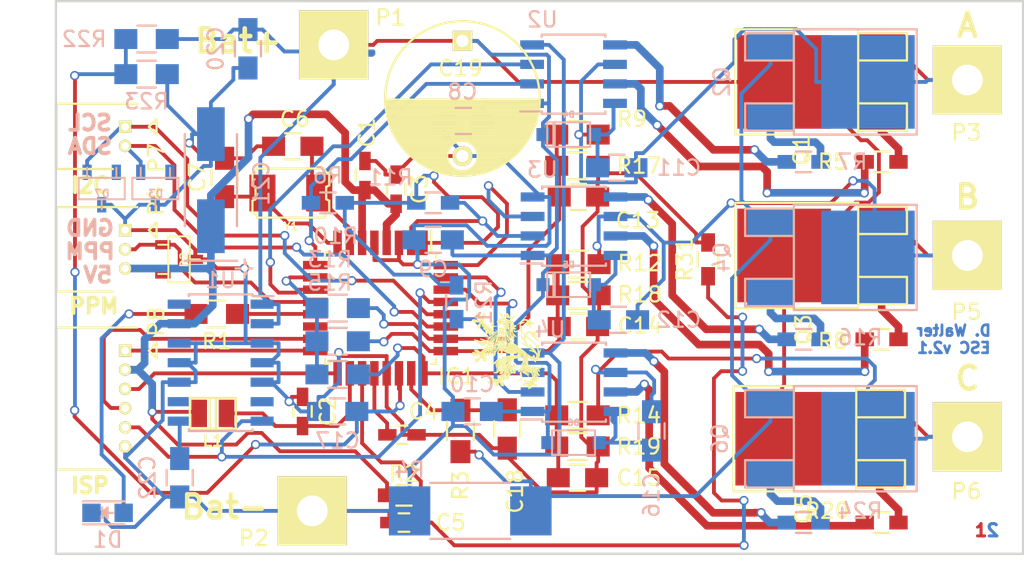
<source format=kicad_pcb>
(kicad_pcb (version 20171130) (host pcbnew "(5.1.12)-1")
  (title_block (title "Brushless ESC") (date 2015-09-19) (rev 1.0) (company "Daniel Walter"))
  (layers (0 F.Cu signal) (31 B.Cu signal) (34 B.Paste user hide) (35 F.Paste user hide) (36 B.SilkS user hide) (37 F.SilkS user hide) (38 B.Mask user hide) (39 F.Mask user hide) (44 Edge.Cuts user))
  (net 0 "")
  (net 1 +5V)
  (net 2 GND)
  (net 3 "Net-(C6-Pad1)")
  (net 4 "Net-(C7-Pad2)")
  (net 5 +BATT)
  (net 6 "Net-(C11-Pad1)")
  (net 7 "Net-(C12-Pad1)")
  (net 8 /Controller/BEMF_A)
  (net 9 /Controller/BEMF_B)
  (net 10 /Controller/BEMF_C)
  (net 11 "Net-(C16-Pad1)")
  (net 12 "Net-(D1-Pad2)")
  (net 13 /Controller//SD_A)
  (net 14 /Controller/IN_B)
  (net 15 /Controller/BEMF_Center)
  (net 16 /Controller/V_Bat)
  (net 17 /Controller/IN_C)
  (net 18 /Controller/Reset)
  (net 19 "Net-(Q1-Pad1)")
  (net 20 "Net-(Q2-Pad1)")
  (net 21 "Net-(Q3-Pad1)")
  (net 22 "Net-(Q4-Pad1)")
  (net 23 "Net-(Q5-Pad1)")
  (net 24 "Net-(Q6-Pad1)")
  (net 25 "Net-(R5-Pad2)")
  (net 26 /Controller/IN_A)
  (net 27 /Controller/PWM)
  (net 28 "Net-(R7-Pad2)")
  (net 29 /Controller//SD_B)
  (net 30 /Controller//SD_C)
  (net 31 "Net-(R8-Pad2)")
  (net 32 "Net-(R16-Pad2)")
  (net 33 "Net-(R20-Pad2)")
  (net 34 "Net-(R24-Pad2)")
  (net 35 /Controller/PPM)
  (net 36 "Net-(IC1-Pad16)")
  (net 37 /Controller/BatCurrent+)
  (net 38 "Net-(IC1-Pad15)")
  (net 39 "Net-(IC1-Pad17)")
  (net 40 "Net-(C4-Pad1)")
  (net 41 /Power/Coil_A)
  (net 42 /Power/Coil_B)
  (net 43 /Power/Coil_C)
  (net 44 "Net-(Q2-Pad3)")
  (net 45 /Controller/T_Sense)
  (net 46 "Net-(IC1-Pad13)")
  (net 47 /Controller/SDA)
  (net 48 /Controller/SCL)
  (net 49 "Net-(C22-Pad1)")
  (net 50 "Net-(C2-Pad1)")
  (module Capacitors_SMD:C_0805_HandSoldering (layer F.Cu) (at 150.368 80.194)
    (fp_text reference C14 (at 4.0005 -0.057) (layer F.SilkS))
    (fp_text value 100nF)
    (pad 1 smd rect (at -1.25 0) (size 1.5 1.25) (layers F.Cu F.Paste F.Mask) (net 9 /Controller/BEMF_B))
    (pad 2 smd rect (at 1.25 0) (size 1.5 1.25) (layers F.Cu F.Paste F.Mask) (net 2 GND))
  )
  (module Capacitors_SMD:C_0805_HandSoldering (layer F.Cu) (at 131.762 68.453 180)
    (fp_text reference C6 (at -0.127 1.778 180) (layer F.SilkS))
    (fp_text value 8pF)
    (pad 1 smd rect (at -1.25 0 180) (size 1.5 1.25) (layers F.Cu F.Paste F.Mask) (net 3 "Net-(C6-Pad1)"))
    (pad 2 smd rect (at 1.25 0 180) (size 1.5 1.25) (layers F.Cu F.Paste F.Mask) (net 2 GND))
  )
  (module Resistors_SMD:R_0603_HandSoldering (layer B.Cu) (at 134.048 72.136)
    (fp_text reference R6 (at 0 -1.778) (layer B.SilkS) (effects (justify mirror)))
    (fp_text value 1k)
    (pad 1 smd rect (at -1.1 0) (size 1.2 0.9) (layers B.Cu B.Paste B.Mask) (net 26 /Controller/IN_A))
    (pad 2 smd rect (at 1.1 0) (size 1.2 0.9) (layers B.Cu B.Paste B.Mask) (net 27 /Controller/PWM))
  )
  (module Resistors_SMD:R_0603_HandSoldering (layer F.Cu) (at 170.116 92.964 180)
    (fp_text reference R20 (at 3.556 0.762 180) (layer F.SilkS))
    (fp_text value 47R)
    (pad 1 smd rect (at -1.1 0 180) (size 1.2 0.9) (layers F.Cu F.Paste F.Mask) (net 23 "Net-(Q5-Pad1)"))
    (pad 2 smd rect (at 1.1 0 180) (size 1.2 0.9) (layers F.Cu F.Paste F.Mask) (net 33 "Net-(R20-Pad2)"))
  )
  (module Capacitors_SMD:C_0805_HandSoldering (layer B.Cu) (at 155.13 86.995 90)
    (fp_text reference C16 (at -4.191 0 90) (layer B.SilkS) (effects (justify mirror)))
    (fp_text value 220nF)
    (pad 1 smd rect (at -1.25 0 90) (size 1.5 1.25) (layers B.Cu B.Paste B.Mask) (net 11 "Net-(C16-Pad1)"))
    (pad 2 smd rect (at 1.25 0 90) (size 1.5 1.25) (layers B.Cu B.Paste B.Mask) (net 43 /Power/Coil_C))
  )
  (module Capacitors_SMD:C_0805_HandSoldering (layer F.Cu) (at 127.318 70.485 270)
    (fp_text reference C7 (at 0 1.778 270) (layer F.SilkS))
    (fp_text value 8pF)
    (pad 1 smd rect (at -1.25 0 270) (size 1.5 1.25) (layers F.Cu F.Paste F.Mask) (net 2 GND))
    (pad 2 smd rect (at 1.25 0 270) (size 1.5 1.25) (layers F.Cu F.Paste F.Mask) (net 4 "Net-(C7-Pad2)"))
  )
  (module Capacitors_SMD:C_0805_HandSoldering (layer B.Cu) (at 142.875 66.802 180)
    (fp_text reference C8 (at 0.0635 1.905 180) (layer B.SilkS) (effects (justify mirror)))
    (fp_text value 100nF)
    (pad 1 smd rect (at -1.25 0 180) (size 1.5 1.25) (layers B.Cu B.Paste B.Mask) (net 5 +BATT))
    (pad 2 smd rect (at 1.25 0 180) (size 1.5 1.25) (layers B.Cu B.Paste B.Mask) (net 2 GND))
  )
  (module Capacitors_SMD:C_0805_HandSoldering (layer B.Cu) (at 140.906 74.549 180)
    (fp_text reference C9 (at 0 -1.905 180) (layer B.SilkS) (effects (justify mirror)))
    (fp_text value 100nF)
    (pad 1 smd rect (at -1.25 0 180) (size 1.5 1.25) (layers B.Cu B.Paste B.Mask) (net 5 +BATT))
    (pad 2 smd rect (at 1.25 0 180) (size 1.5 1.25) (layers B.Cu B.Paste B.Mask) (net 2 GND))
  )
  (module Capacitors_SMD:C_0805_HandSoldering (layer B.Cu) (at 143.446 85.725 180)
    (fp_text reference C10 (at 0 1.778 180) (layer B.SilkS) (effects (justify mirror)))
    (fp_text value 100nF)
    (pad 1 smd rect (at -1.25 0 180) (size 1.5 1.25) (layers B.Cu B.Paste B.Mask) (net 5 +BATT))
    (pad 2 smd rect (at 1.25 0 180) (size 1.5 1.25) (layers B.Cu B.Paste B.Mask) (net 2 GND))
  )
  (module Capacitors_SMD:C_0805_HandSoldering (layer B.Cu) (at 152.864 69.85)
    (fp_text reference C11 (at 4.044 0) (layer B.SilkS) (effects (justify mirror)))
    (fp_text value 220nF)
    (pad 1 smd rect (at -1.25 0) (size 1.5 1.25) (layers B.Cu B.Paste B.Mask) (net 6 "Net-(C11-Pad1)"))
    (pad 2 smd rect (at 1.25 0) (size 1.5 1.25) (layers B.Cu B.Paste B.Mask) (net 41 /Power/Coil_A))
  )
  (module Capacitors_SMD:C_0805_HandSoldering (layer B.Cu) (at 152.972 79.756)
    (fp_text reference C12 (at 3.937 0) (layer B.SilkS) (effects (justify mirror)))
    (fp_text value 220nF)
    (pad 1 smd rect (at -1.25 0) (size 1.5 1.25) (layers B.Cu B.Paste B.Mask) (net 7 "Net-(C12-Pad1)"))
    (pad 2 smd rect (at 1.25 0) (size 1.5 1.25) (layers B.Cu B.Paste B.Mask) (net 42 /Power/Coil_B))
  )
  (module Capacitors_SMD:C_0805_HandSoldering (layer F.Cu) (at 150.368 71.755)
    (fp_text reference C13 (at 3.8735 1.524) (layer F.SilkS))
    (fp_text value 100nF)
    (pad 1 smd rect (at -1.25 0) (size 1.5 1.25) (layers F.Cu F.Paste F.Mask) (net 8 /Controller/BEMF_A))
    (pad 2 smd rect (at 1.25 0) (size 1.5 1.25) (layers F.Cu F.Paste F.Mask) (net 2 GND))
  )
  (module Capacitors_SMD:C_0805_HandSoldering (layer F.Cu) (at 150.304 90.043)
    (fp_text reference C15 (at 4.0005 0) (layer F.SilkS))
    (fp_text value 100nF)
    (pad 1 smd rect (at -1.25 0) (size 1.5 1.25) (layers F.Cu F.Paste F.Mask) (net 10 /Controller/BEMF_C))
    (pad 2 smd rect (at 1.25 0) (size 1.5 1.25) (layers F.Cu F.Paste F.Mask) (net 2 GND))
  )
  (module Resistors_SMD:R_0603_HandSoldering (layer F.Cu) (at 170.116 69.469 180)
    (fp_text reference R5 (at 3.175 0 180) (layer F.SilkS))
    (fp_text value 47R)
    (pad 1 smd rect (at -1.1 0 180) (size 1.2 0.9) (layers F.Cu F.Paste F.Mask) (net 19 "Net-(Q1-Pad1)"))
    (pad 2 smd rect (at 1.1 0 180) (size 1.2 0.9) (layers F.Cu F.Paste F.Mask) (net 25 "Net-(R5-Pad2)"))
  )
  (module Resistors_SMD:R_0603_HandSoldering (layer B.Cu) (at 165.036 69.469 180)
    (fp_text reference R7 (at -3.175 0 180) (layer B.SilkS) (effects (justify mirror)))
    (fp_text value 47R)
    (pad 1 smd rect (at -1.1 0 180) (size 1.2 0.9) (layers B.Cu B.Paste B.Mask) (net 20 "Net-(Q2-Pad1)"))
    (pad 2 smd rect (at 1.1 0 180) (size 1.2 0.9) (layers B.Cu B.Paste B.Mask) (net 28 "Net-(R7-Pad2)"))
  )
  (module Resistors_SMD:R_0603_HandSoldering (layer F.Cu) (at 170.116 81.026 180)
    (fp_text reference R8 (at 3.175 -0.127 180) (layer F.SilkS))
    (fp_text value 47R)
    (pad 1 smd rect (at -1.1 0 180) (size 1.2 0.9) (layers F.Cu F.Paste F.Mask) (net 21 "Net-(Q3-Pad1)"))
    (pad 2 smd rect (at 1.1 0 180) (size 1.2 0.9) (layers F.Cu F.Paste F.Mask) (net 31 "Net-(R8-Pad2)"))
  )
  (module Resistors_SMD:R_0603_HandSoldering (layer B.Cu) (at 165.036 81.026 180)
    (fp_text reference R16 (at -3.683 0.127 180) (layer B.SilkS) (effects (justify mirror)))
    (fp_text value 47R)
    (pad 1 smd rect (at -1.1 0 180) (size 1.2 0.9) (layers B.Cu B.Paste B.Mask) (net 22 "Net-(Q4-Pad1)"))
    (pad 2 smd rect (at 1.1 0 180) (size 1.2 0.9) (layers B.Cu B.Paste B.Mask) (net 32 "Net-(R16-Pad2)"))
  )
  (module Resistors_SMD:R_0603_HandSoldering (layer B.Cu) (at 142.43 78.613 90)
    (fp_text reference R21 (at 0 1.778 90) (layer B.SilkS) (effects (justify mirror)))
    (fp_text value 1k)
    (pad 1 smd rect (at -1.1 0 90) (size 1.2 0.9) (layers B.Cu B.Paste B.Mask) (net 17 /Controller/IN_C))
    (pad 2 smd rect (at 1.1 0 90) (size 1.2 0.9) (layers B.Cu B.Paste B.Mask) (net 27 /Controller/PWM))
  )
  (module Resistors_SMD:R_0603_HandSoldering (layer B.Cu) (at 165.036 92.964 180)
    (fp_text reference R24 (at -3.683 0.762 180) (layer B.SilkS) (effects (justify mirror)))
    (fp_text value 47R)
    (pad 1 smd rect (at -1.1 0 180) (size 1.2 0.9) (layers B.Cu B.Paste B.Mask) (net 24 "Net-(Q6-Pad1)"))
    (pad 2 smd rect (at 1.1 0 180) (size 1.2 0.9) (layers B.Cu B.Paste B.Mask) (net 34 "Net-(R24-Pad2)"))
  )
  (module Capacitors_SMD:C_0805_HandSoldering (layer B.Cu) (at 134.684 85.725 180)
    (fp_text reference C17 (at 0 -1.905 180) (layer B.SilkS) (effects (justify mirror)))
    (fp_text value 100nF)
    (pad 1 smd rect (at -1.25 0 180) (size 1.5 1.25) (layers B.Cu B.Paste B.Mask) (net 16 /Controller/V_Bat))
    (pad 2 smd rect (at 1.25 0 180) (size 1.5 1.25) (layers B.Cu B.Paste B.Mask) (net 2 GND))
  )
  (module Capacitors_SMD:C_0805_HandSoldering (layer F.Cu) (at 145.732 86.868 270)
    (fp_text reference C18 (at 4.064 -0.508 270) (layer F.SilkS))
    (fp_text value 100nF)
    (pad 1 smd rect (at -1.25 0 270) (size 1.5 1.25) (layers F.Cu F.Paste F.Mask) (net 37 /Controller/BatCurrent+))
    (pad 2 smd rect (at 1.25 0 270) (size 1.5 1.25) (layers F.Cu F.Paste F.Mask) (net 2 GND))
  )
  (module Housings_QFP:TQFP-32_7x7mm_Pitch0.8mm (layer F.Cu) (at 137.478 78.994 270)
    (fp_text reference IC1 (at 4.445 -4.953) (layer F.SilkS))
    (fp_text value ATMEGA88PA-A)
    (pad 1 smd rect (at -4.25 -2.8 270) (size 1.6 0.55) (layers F.Cu F.Paste F.Mask) (net 27 /Controller/PWM))
    (pad 2 smd rect (at -4.25 -2 270) (size 1.6 0.55) (layers F.Cu F.Paste F.Mask) (net 14 /Controller/IN_B))
    (pad 3 smd rect (at -4.25 -1.2 270) (size 1.6 0.55) (layers F.Cu F.Paste F.Mask) (net 2 GND))
    (pad 4 smd rect (at -4.25 -0.4 270) (size 1.6 0.55) (layers F.Cu F.Paste F.Mask) (net 1 +5V))
    (pad 5 smd rect (at -4.25 0.4 270) (size 1.6 0.55) (layers F.Cu F.Paste F.Mask) (net 2 GND))
    (pad 6 smd rect (at -4.25 1.2 270) (size 1.6 0.55) (layers F.Cu F.Paste F.Mask) (net 1 +5V))
    (pad 7 smd rect (at -4.25 2 270) (size 1.6 0.55) (layers F.Cu F.Paste F.Mask) (net 3 "Net-(C6-Pad1)"))
    (pad 8 smd rect (at -4.25 2.8 270) (size 1.6 0.55) (layers F.Cu F.Paste F.Mask) (net 4 "Net-(C7-Pad2)"))
    (pad 9 smd rect (at -2.8 4.25) (size 1.6 0.55) (layers F.Cu F.Paste F.Mask) (net 26 /Controller/IN_A))
    (pad 10 smd rect (at -2 4.25) (size 1.6 0.55) (layers F.Cu F.Paste F.Mask) (net 15 /Controller/BEMF_Center))
    (pad 11 smd rect (at -1.2 4.25) (size 1.6 0.55) (layers F.Cu F.Paste F.Mask) (net 13 /Controller//SD_A))
    (pad 12 smd rect (at -0.4 4.25) (size 1.6 0.55) (layers F.Cu F.Paste F.Mask) (net 35 /Controller/PPM))
    (pad 13 smd rect (at 0.4 4.25) (size 1.6 0.55) (layers F.Cu F.Paste F.Mask) (net 46 "Net-(IC1-Pad13)"))
    (pad 14 smd rect (at 1.2 4.25) (size 1.6 0.55) (layers F.Cu F.Paste F.Mask))
    (pad 15 smd rect (at 2 4.25) (size 1.6 0.55) (layers F.Cu F.Paste F.Mask) (net 38 "Net-(IC1-Pad15)"))
    (pad 16 smd rect (at 2.8 4.25) (size 1.6 0.55) (layers F.Cu F.Paste F.Mask) (net 36 "Net-(IC1-Pad16)"))
    (pad 17 smd rect (at 4.25 2.8 270) (size 1.6 0.55) (layers F.Cu F.Paste F.Mask) (net 39 "Net-(IC1-Pad17)"))
    (pad 18 smd rect (at 4.25 2 270) (size 1.6 0.55) (layers F.Cu F.Paste F.Mask) (net 50 "Net-(C2-Pad1)"))
    (pad 19 smd rect (at 4.25 1.2 270) (size 1.6 0.55) (layers F.Cu F.Paste F.Mask) (net 45 /Controller/T_Sense))
    (pad 20 smd rect (at 4.25 0.4 270) (size 1.6 0.55) (layers F.Cu F.Paste F.Mask) (net 40 "Net-(C4-Pad1)"))
    (pad 21 smd rect (at 4.25 -0.4 270) (size 1.6 0.55) (layers F.Cu F.Paste F.Mask) (net 2 GND))
    (pad 22 smd rect (at 4.25 -1.2 270) (size 1.6 0.55) (layers F.Cu F.Paste F.Mask) (net 16 /Controller/V_Bat))
    (pad 23 smd rect (at 4.25 -2 270) (size 1.6 0.55) (layers F.Cu F.Paste F.Mask) (net 37 /Controller/BatCurrent+))
    (pad 24 smd rect (at 4.25 -2.8 270) (size 1.6 0.55) (layers F.Cu F.Paste F.Mask) (net 10 /Controller/BEMF_C))
    (pad 25 smd rect (at 2.8 -4.25) (size 1.6 0.55) (layers F.Cu F.Paste F.Mask) (net 9 /Controller/BEMF_B))
    (pad 26 smd rect (at 2 -4.25) (size 1.6 0.55) (layers F.Cu F.Paste F.Mask) (net 8 /Controller/BEMF_A))
    (pad 27 smd rect (at 1.2 -4.25) (size 1.6 0.55) (layers F.Cu F.Paste F.Mask) (net 47 /Controller/SDA))
    (pad 28 smd rect (at 0.4 -4.25) (size 1.6 0.55) (layers F.Cu F.Paste F.Mask) (net 48 /Controller/SCL))
    (pad 29 smd rect (at -0.4 -4.25) (size 1.6 0.55) (layers F.Cu F.Paste F.Mask) (net 18 /Controller/Reset))
    (pad 30 smd rect (at -1.2 -4.25) (size 1.6 0.55) (layers F.Cu F.Paste F.Mask) (net 30 /Controller//SD_C))
    (pad 31 smd rect (at -2 -4.25) (size 1.6 0.55) (layers F.Cu F.Paste F.Mask) (net 17 /Controller/IN_C))
    (pad 32 smd rect (at -2.8 -4.25) (size 1.6 0.55) (layers F.Cu F.Paste F.Mask) (net 29 /Controller//SD_B))
  )
  (module Resistors_SMD:R_0805_HandSoldering (layer F.Cu) (at 126.81 79.375)
    (fp_text reference R1 (at 0 1.778) (layer F.SilkS))
    (fp_text value 220R)
    (pad 1 smd rect (at -1.35 0) (size 1.5 1.3) (layers F.Cu F.Paste F.Mask) (net 12 "Net-(D1-Pad2)"))
    (pad 2 smd rect (at 1.35 0) (size 1.5 1.3) (layers F.Cu F.Paste F.Mask) (net 46 "Net-(IC1-Pad13)"))
  )
  (module Resistors_SMD:R_0805_HandSoldering (layer F.Cu) (at 142.684 86.995 90)
    (fp_text reference R3 (at -3.556 0 90) (layer F.SilkS))
    (fp_text value 680R)
    (pad 1 smd rect (at -1.35 0 90) (size 1.5 1.3) (layers F.Cu F.Paste F.Mask) (net 44 "Net-(Q2-Pad3)"))
    (pad 2 smd rect (at 1.35 0 90) (size 1.5 1.3) (layers F.Cu F.Paste F.Mask) (net 37 /Controller/BatCurrent+))
  )
  (module Resistors_SMD:R_2512_HandSoldering (layer B.Cu) (at 143.32 92.202)
    (fp_text reference R4 (at -3.937 -2.667) (layer B.SilkS) (effects (justify mirror)))
    (fp_text value 0R02/5W)
    (pad 1 smd rect (at -3.95 0) (size 2.7 3.2) (layers B.Cu B.Paste B.Mask) (net 2 GND))
    (pad 2 smd rect (at 3.95 0) (size 2.7 3.2) (layers B.Cu B.Paste B.Mask) (net 44 "Net-(Q2-Pad3)"))
  )
  (module Resistors_SMD:R_0805_HandSoldering (layer F.Cu) (at 150.304 67.691)
    (fp_text reference R9 (at 3.556 -1.016) (layer F.SilkS))
    (fp_text value 4k7)
    (pad 1 smd rect (at -1.35 0) (size 1.5 1.3) (layers F.Cu F.Paste F.Mask) (net 8 /Controller/BEMF_A))
    (pad 2 smd rect (at 1.35 0) (size 1.5 1.3) (layers F.Cu F.Paste F.Mask) (net 41 /Power/Coil_A))
  )
  (module Resistors_SMD:R_0805_HandSoldering (layer B.Cu) (at 134.684 78.994)
    (fp_text reference R10 (at -0.127 -4.699) (layer B.SilkS) (effects (justify mirror)))
    (fp_text value 4k7)
    (pad 1 smd rect (at -1.35 0) (size 1.5 1.3) (layers B.Cu B.Paste B.Mask) (net 15 /Controller/BEMF_Center))
    (pad 2 smd rect (at 1.35 0) (size 1.5 1.3) (layers B.Cu B.Paste B.Mask) (net 8 /Controller/BEMF_A))
  )
  (module Resistors_SMD:R_0805_HandSoldering (layer F.Cu) (at 150.368 76.13)
    (fp_text reference R12 (at 4.0005 -0.057) (layer F.SilkS))
    (fp_text value 4k7)
    (pad 1 smd rect (at -1.35 0) (size 1.5 1.3) (layers F.Cu F.Paste F.Mask) (net 9 /Controller/BEMF_B))
    (pad 2 smd rect (at 1.35 0) (size 1.5 1.3) (layers F.Cu F.Paste F.Mask) (net 42 /Power/Coil_B))
  )
  (module Resistors_SMD:R_0805_HandSoldering (layer B.Cu) (at 134.684 81.153)
    (fp_text reference R13 (at -0.508 -5.334) (layer B.SilkS) (effects (justify mirror)))
    (fp_text value 4k7)
    (pad 1 smd rect (at -1.35 0) (size 1.5 1.3) (layers B.Cu B.Paste B.Mask) (net 15 /Controller/BEMF_Center))
    (pad 2 smd rect (at 1.35 0) (size 1.5 1.3) (layers B.Cu B.Paste B.Mask) (net 9 /Controller/BEMF_B))
  )
  (module Resistors_SMD:R_0805_HandSoldering (layer F.Cu) (at 150.304 85.979)
    (fp_text reference R14 (at 4.0005 0) (layer F.SilkS))
    (fp_text value 4k7)
    (pad 1 smd rect (at -1.35 0) (size 1.5 1.3) (layers F.Cu F.Paste F.Mask) (net 10 /Controller/BEMF_C))
    (pad 2 smd rect (at 1.35 0) (size 1.5 1.3) (layers F.Cu F.Paste F.Mask) (net 43 /Power/Coil_C))
  )
  (module Resistors_SMD:R_0805_HandSoldering (layer B.Cu) (at 134.684 83.312)
    (fp_text reference R15 (at -0.508 -5.969) (layer B.SilkS) (effects (justify mirror)))
    (fp_text value 4k7)
    (pad 1 smd rect (at -1.35 0) (size 1.5 1.3) (layers B.Cu B.Paste B.Mask) (net 15 /Controller/BEMF_Center))
    (pad 2 smd rect (at 1.35 0) (size 1.5 1.3) (layers B.Cu B.Paste B.Mask) (net 10 /Controller/BEMF_C))
  )
  (module Resistors_SMD:R_0805_HandSoldering (layer F.Cu) (at 150.304 69.723 180)
    (fp_text reference R17 (at -4.0005 0 180) (layer F.SilkS))
    (fp_text value 4k7)
    (pad 1 smd rect (at -1.35 0 180) (size 1.5 1.3) (layers F.Cu F.Paste F.Mask) (net 2 GND))
    (pad 2 smd rect (at 1.35 0 180) (size 1.5 1.3) (layers F.Cu F.Paste F.Mask) (net 8 /Controller/BEMF_A))
  )
  (module Resistors_SMD:R_0805_HandSoldering (layer F.Cu) (at 150.368 78.162 180)
    (fp_text reference R18 (at -4.0005 0.057 180) (layer F.SilkS))
    (fp_text value 4k7)
    (pad 1 smd rect (at -1.35 0 180) (size 1.5 1.3) (layers F.Cu F.Paste F.Mask) (net 2 GND))
    (pad 2 smd rect (at 1.35 0 180) (size 1.5 1.3) (layers F.Cu F.Paste F.Mask) (net 9 /Controller/BEMF_B))
  )
  (module Resistors_SMD:R_0805_HandSoldering (layer F.Cu) (at 150.304 88.011 180)
    (fp_text reference R19 (at -4.0005 0 180) (layer F.SilkS))
    (fp_text value 4k7)
    (pad 1 smd rect (at -1.35 0 180) (size 1.5 1.3) (layers F.Cu F.Paste F.Mask) (net 2 GND))
    (pad 2 smd rect (at 1.35 0 180) (size 1.5 1.3) (layers F.Cu F.Paste F.Mask) (net 10 /Controller/BEMF_C))
  )
  (module Resistors_SMD:R_0805_HandSoldering (layer B.Cu) (at 122.238 61.468)
    (fp_text reference R22 (at -4.064 0) (layer B.SilkS) (effects (justify mirror)))
    (fp_text value 1k5)
    (pad 1 smd rect (at -1.35 0) (size 1.5 1.3) (layers B.Cu B.Paste B.Mask) (net 16 /Controller/V_Bat))
    (pad 2 smd rect (at 1.35 0) (size 1.5 1.3) (layers B.Cu B.Paste B.Mask) (net 5 +BATT))
  )
  (module Resistors_SMD:R_0805_HandSoldering (layer B.Cu) (at 122.238 63.754 180)
    (fp_text reference R23 (at 0 -1.778 180) (layer B.SilkS) (effects (justify mirror)))
    (fp_text value 470R)
    (pad 1 smd rect (at -1.35 0 180) (size 1.5 1.3) (layers B.Cu B.Paste B.Mask) (net 2 GND))
    (pad 2 smd rect (at 1.35 0 180) (size 1.5 1.3) (layers B.Cu B.Paste B.Mask) (net 16 /Controller/V_Bat))
  )
  (module Resistors_SMD:R_0603_HandSoldering (layer B.Cu) (at 140.906 72.136 180)
    (fp_text reference R11 (at 2.794 1.651 180) (layer B.SilkS) (effects (justify mirror)))
    (fp_text value 1k)
    (pad 1 smd rect (at -1.1 0 180) (size 1.2 0.9) (layers B.Cu B.Paste B.Mask) (net 14 /Controller/IN_B))
    (pad 2 smd rect (at 1.1 0 180) (size 1.2 0.9) (layers B.Cu B.Paste B.Mask) (net 27 /Controller/PWM))
  )
  (module w_crystal:crystal_smd_5x3.2mm (layer F.Cu) (at 131.636 71.501 180)
    (fp_text reference Y1 (at 0 -2.159 180) (layer F.SilkS) (effects (font (size 0.49784 0.49784) (thickness 0.09906))))
    (fp_text value 20Mhz hide)
    (pad 1 smd rect (at -1.85 0 180) (size 1.7 2.4) (layers F.Cu F.Paste F.Mask) (net 3 "Net-(C6-Pad1)"))
    (pad 2 smd rect (at 1.85 0 180) (size 1.7 2.4) (layers F.Cu F.Paste F.Mask) (net 4 "Net-(C7-Pad2)"))
  )
  (module w_smd_inductors:inductor_smd_0805 (layer F.Cu) (at 126.556 85.852 180)
    (fp_text reference L1 (at 0 -1.778 180) (layer F.SilkS) (effects (font (size 0.7493 0.7493) (thickness 0.14986))))
    (fp_text value 10µH hide)
    (pad 1 smd rect (at -0.889 0 180) (size 1.016 1.778) (layers F.Cu F.Paste F.Mask) (net 50 "Net-(C2-Pad1)"))
    (pad 2 smd rect (at 0.889 0 180) (size 1.016 1.778) (layers F.Cu F.Paste F.Mask) (net 1 +5V))
  )
  (module Capacitors_SMD:C_0603_HandSoldering (layer F.Cu) (at 136.462 70.358 90)
    (fp_text reference C1 (at 2.794 0.127 90) (layer F.SilkS))
    (fp_text value 100nF)
    (pad 1 smd rect (at -0.95 0 90) (size 1.2 0.75) (layers F.Cu F.Paste F.Mask) (net 1 +5V))
    (pad 2 smd rect (at 0.95 0 90) (size 1.2 0.75) (layers F.Cu F.Paste F.Mask) (net 2 GND))
  )
  (module Capacitors_SMD:C_0603_HandSoldering (layer F.Cu) (at 132.398 85.725 90)
    (fp_text reference C2 (at 0 1.651 90) (layer F.SilkS))
    (fp_text value 100nF)
    (pad 1 smd rect (at -0.95 0 90) (size 1.2 0.75) (layers F.Cu F.Paste F.Mask) (net 50 "Net-(C2-Pad1)"))
    (pad 2 smd rect (at 0.95 0 90) (size 1.2 0.75) (layers F.Cu F.Paste F.Mask) (net 2 GND))
  )
  (module Capacitors_SMD:C_0603_HandSoldering (layer F.Cu) (at 138.494 71.247 90)
    (fp_text reference C3 (at 0 1.524 90) (layer F.SilkS))
    (fp_text value 100nF)
    (pad 1 smd rect (at -0.95 0 90) (size 1.2 0.75) (layers F.Cu F.Paste F.Mask) (net 1 +5V))
    (pad 2 smd rect (at 0.95 0 90) (size 1.2 0.75) (layers F.Cu F.Paste F.Mask) (net 2 GND))
  )
  (module Capacitors_SMD:C_0603_HandSoldering (layer F.Cu) (at 138.874 87.249)
    (fp_text reference C4 (at 1.397 -1.524) (layer F.SilkS))
    (fp_text value 100nF)
    (pad 1 smd rect (at -0.95 0) (size 1.2 0.75) (layers F.Cu F.Paste F.Mask) (net 40 "Net-(C4-Pad1)"))
    (pad 2 smd rect (at 0.95 0) (size 1.2 0.75) (layers F.Cu F.Paste F.Mask) (net 2 GND))
  )
  (module Wire_Pads:SolderWirePad_single_2mmDrill (layer F.Cu) (at 116.713 92.075)
    (fp_text reference P2_2 hide)
    (fp_text value Battery-)
  )
  (module Wire_Pads:SolderWirePad_single_2mmDrill (layer F.Cu) (at 134.43 61.849)
    (fp_text reference P1 (at 3.683 -1.778) (layer F.SilkS))
    (fp_text value Battery+)
    (pad 1 thru_hole rect (at 0 0) (size 4.50088 4.50088) (drill 2) (layers *.Cu *.Mask F.SilkS) (net 5 +BATT) (clearance 0.5))
  )
  (module Wire_Pads:SolderWirePad_single_2mmDrill (layer F.Cu) (at 175.704 64.135)
    (fp_text reference P3 (at -0.0635 3.429) (layer F.SilkS))
    (fp_text value Coil_A)
    (pad 1 thru_hole rect (at 0 0) (size 4.50088 4.50088) (drill 1.99898) (layers *.Cu *.Mask F.SilkS) (net 41 /Power/Coil_A))
  )
  (module Wire_Pads:SolderWirePad_single_2mmDrill (layer F.Cu) (at 175.704 75.565)
    (fp_text reference P5 (at -0.0635 3.683) (layer F.SilkS))
    (fp_text value Coil_B)
    (pad 1 thru_hole rect (at 0 0) (size 4.50088 4.50088) (drill 1.99898) (layers *.Cu *.Mask F.SilkS) (net 42 /Power/Coil_B))
  )
  (module Wire_Pads:SolderWirePad_single_2mmDrill (layer F.Cu) (at 175.704 87.376)
    (fp_text reference P6 (at -0.0635 3.556) (layer F.SilkS))
    (fp_text value Coil_C)
    (pad 1 thru_hole rect (at 0 0) (size 4.50088 4.50088) (drill 1.99898) (layers *.Cu *.Mask F.SilkS) (net 43 /Power/Coil_C))
  )
  (module Wire_Pads:SolderWirePad_single_2mmDrill (layer F.Cu) (at 133.032 92.202)
    (fp_text reference P2 (at -3.81 1.778) (layer F.SilkS))
    (fp_text value Battery-)
    (pad 1 thru_hole rect (at 0 0) (size 4.50088 4.50088) (drill 2) (layers *.Cu *.Mask F.SilkS) (net 2 GND))
  )
  (module Capacitors_SMD:C_0603_HandSoldering (layer F.Cu) (at 139.002 92.964 180)
    (fp_text reference C5 (at -3.048 0 180) (layer F.SilkS))
    (fp_text value 100nF)
    (pad 1 smd rect (at -0.95 0 180) (size 1.2 0.75) (layers F.Cu F.Paste F.Mask) (net 45 /Controller/T_Sense))
    (pad 2 smd rect (at 0.95 0 180) (size 1.2 0.75) (layers F.Cu F.Paste F.Mask) (net 2 GND))
  )
  (module Resistors_SMD:R_0603_HandSoldering (layer F.Cu) (at 139.002 91.186 180)
    (fp_text reference R2 (at 0 1.397 180) (layer F.SilkS))
    (fp_text value 1k5)
    (pad 1 smd rect (at -1.1 0 180) (size 1.2 0.9) (layers F.Cu F.Paste F.Mask) (net 45 /Controller/T_Sense))
    (pad 2 smd rect (at 1.1 0 180) (size 1.2 0.9) (layers F.Cu F.Paste F.Mask) (net 1 +5V))
  )
  (module Resistors_SMD:R_0603_HandSoldering (layer F.Cu) (at 158.814 75.819 270)
    (fp_text reference R31 (at 0 1.524 270) (layer F.SilkS))
    (fp_text value 470R)
    (pad 1 smd rect (at -1.1 0 270) (size 1.2 0.9) (layers F.Cu F.Paste F.Mask) (net 2 GND))
    (pad 2 smd rect (at 1.1 0 270) (size 1.2 0.9) (layers F.Cu F.Paste F.Mask) (net 45 /Controller/T_Sense))
  )
  (module Capacitors_Tantalum_SMD:TantalC_SizeC_EIA-6032_HandSoldering (layer B.Cu) (at 126.428 70.6603 90)
    (fp_text reference C21 (at -0.20066 3.29946 90) (layer B.SilkS) (effects (justify mirror)))
    (fp_text value 22µF)
    (fp_text user + (at -5.75056 2.19964 90) (layer B.SilkS) (effects (justify mirror)))
    (pad 2 smd rect (at 2.99974 0 90) (size 3.50012 1.80086) (layers B.Cu B.Paste B.Mask) (net 2 GND))
    (pad 1 smd rect (at -2.99974 0 90) (size 3.50012 1.80086) (layers B.Cu B.Paste B.Mask) (net 1 +5V))
  )
  (module Housings_SOIC:SOIC-14_3.9x8.7mm_Pitch1.27mm (layer B.Cu) (at 127.064 82.55 180)
    (fp_text reference U1 (at 0 5.375 180) (layer B.SilkS) (effects (justify mirror)))
    (fp_text value TLE4267)
    (pad 1 smd rect (at -2.7 3.81 180) (size 1.5 0.6) (layers B.Cu B.Paste B.Mask) (net 5 +BATT))
    (pad 2 smd rect (at -2.7 2.54 180) (size 1.5 0.6) (layers B.Cu B.Paste B.Mask) (net 5 +BATT))
    (pad 3 smd rect (at -2.7 1.27 180) (size 1.5 0.6) (layers B.Cu B.Paste B.Mask) (net 2 GND))
    (pad 4 smd rect (at -2.7 0 180) (size 1.5 0.6) (layers B.Cu B.Paste B.Mask) (net 2 GND))
    (pad 5 smd rect (at -2.7 -1.27 180) (size 1.5 0.6) (layers B.Cu B.Paste B.Mask) (net 2 GND))
    (pad 6 smd rect (at -2.7 -2.54 180) (size 1.5 0.6) (layers B.Cu B.Paste B.Mask))
    (pad 7 smd rect (at -2.7 -3.81 180) (size 1.5 0.6) (layers B.Cu B.Paste B.Mask) (net 18 /Controller/Reset))
    (pad 8 smd rect (at 2.7 -3.81 180) (size 1.5 0.6) (layers B.Cu B.Paste B.Mask) (net 49 "Net-(C22-Pad1)"))
    (pad 9 smd rect (at 2.7 -2.54 180) (size 1.5 0.6) (layers B.Cu B.Paste B.Mask))
    (pad 10 smd rect (at 2.7 -1.27 180) (size 1.5 0.6) (layers B.Cu B.Paste B.Mask) (net 2 GND))
    (pad 11 smd rect (at 2.7 0 180) (size 1.5 0.6) (layers B.Cu B.Paste B.Mask) (net 2 GND))
    (pad 12 smd rect (at 2.7 1.27 180) (size 1.5 0.6) (layers B.Cu B.Paste B.Mask) (net 2 GND))
    (pad 13 smd rect (at 2.7 2.54 180) (size 1.5 0.6) (layers B.Cu B.Paste B.Mask) (net 1 +5V))
    (pad 14 smd rect (at 2.7 3.81 180) (size 1.5 0.6) (layers B.Cu B.Paste B.Mask))
  )
  (module Capacitors_ThroughHole:C_Radial_D10_L20_P7.5 (layer F.Cu) (at 142.812 61.588 270)
    (fp_text reference C19 (at 1.785 0.127) (layer F.SilkS))
    (fp_text value 1000µF)
    (pad 1 thru_hole rect (at 0 0 270) (size 1.3 1.3) (drill 0.8) (layers *.Cu *.Mask F.SilkS) (net 5 +BATT))
    (pad 2 thru_hole circle (at 7.5 0 270) (size 1.3 1.3) (drill 0.8) (layers *.Cu *.Mask F.SilkS) (net 2 GND))
  )
  (module Connectors_Molex:Molex_PicoBlade_53048-0310 (layer F.Cu) (at 120.84 73.914 270)
    (fp_text reference P4 (at -1.905 -2.032 270) (layer F.SilkS))
    (fp_text value PPM)
    (pad 1 thru_hole rect (at 0 0 270) (size 0.8 0.8) (drill 0.5) (layers *.Cu *.Mask F.SilkS) (net 2 GND))
    (pad 2 thru_hole oval (at 1.25 0 270) (size 0.8 0.8) (drill 0.5) (layers *.Cu *.Mask F.SilkS) (net 35 /Controller/PPM))
    (pad 3 thru_hole oval (at 2.5 0 270) (size 0.8 0.8) (drill 0.5) (layers *.Cu *.Mask F.SilkS) (net 1 +5V))
  )
  (module Connectors_Molex:Molex_PicoBlade_53048-0210 (layer F.Cu) (at 120.84 67.183 270)
    (fp_text reference P7 (at 2.032 -2.032 270) (layer F.SilkS))
    (fp_text value I2C)
    (pad 1 thru_hole rect (at 0 0 270) (size 0.8 0.8) (drill 0.5) (layers *.Cu *.Mask F.SilkS) (net 48 /Controller/SCL))
    (pad 2 thru_hole oval (at 1.25 0 270) (size 0.8 0.8) (drill 0.5) (layers *.Cu *.Mask F.SilkS) (net 47 /Controller/SDA))
  )
  (module Connectors_Molex:Molex_PicoBlade_53048-0610 (layer F.Cu) (at 120.84 81.761 270)
    (fp_text reference P8 (at -1.878 -2.032 270) (layer F.SilkS))
    (fp_text value ISP)
    (pad 1 thru_hole rect (at 0 0 270) (size 0.8 0.8) (drill 0.5) (layers *.Cu *.Mask F.SilkS) (net 36 "Net-(IC1-Pad16)"))
    (pad 2 thru_hole oval (at 1.25 0 270) (size 0.8 0.8) (drill 0.5) (layers *.Cu *.Mask F.SilkS) (net 1 +5V))
    (pad 3 thru_hole oval (at 2.5 0 270) (size 0.8 0.8) (drill 0.5) (layers *.Cu *.Mask F.SilkS) (net 39 "Net-(IC1-Pad17)"))
    (pad 4 thru_hole oval (at 3.75 0 270) (size 0.8 0.8) (drill 0.5) (layers *.Cu *.Mask F.SilkS) (net 38 "Net-(IC1-Pad15)"))
    (pad 5 thru_hole oval (at 5 0 270) (size 0.8 0.8) (drill 0.5) (layers *.Cu *.Mask F.SilkS) (net 18 /Controller/Reset))
    (pad 6 thru_hole oval (at 6.25 0 270) (size 0.8 0.8) (drill 0.5) (layers *.Cu *.Mask F.SilkS) (net 2 GND))
  )
  (module TO_SOT_Packages_SMD:TO-252-2Lead (layer F.Cu) (at 170.116 64.262 90)
    (fp_text reference Q1 (at -4.445 -5.207 90) (layer F.SilkS))
    (fp_text value IRL7843)
    (pad 1 smd rect (at -2.286 0 90) (size 1.651 3.048) (layers F.Cu F.Paste F.Mask) (net 19 "Net-(Q1-Pad1)"))
    (pad 2 smd rect (at 0 -6.35 90) (size 6.096 6.096) (layers F.Cu F.Paste F.Mask) (net 5 +BATT))
    (pad 3 smd rect (at 2.286 0 90) (size 1.651 3.048) (layers F.Cu F.Paste F.Mask) (net 41 /Power/Coil_A))
  )
  (module TO_SOT_Packages_SMD:TO-252-2Lead (layer B.Cu) (at 162.878 64.262 90)
    (fp_text reference Q2 (at 0 -3.175 90) (layer B.SilkS) (effects (justify mirror)))
    (fp_text value IRL7843)
    (pad 1 smd rect (at -2.286 0 90) (size 1.651 3.048) (layers B.Cu B.Paste B.Mask) (net 20 "Net-(Q2-Pad1)"))
    (pad 2 smd rect (at 0 6.35 90) (size 6.096 6.096) (layers B.Cu B.Paste B.Mask) (net 41 /Power/Coil_A))
    (pad 3 smd rect (at 2.286 0 90) (size 1.651 3.048) (layers B.Cu B.Paste B.Mask) (net 44 "Net-(Q2-Pad3)"))
  )
  (module TO_SOT_Packages_SMD:TO-252-2Lead (layer F.Cu) (at 170.116 75.565 90)
    (fp_text reference Q3 (at -4.826 -5.08 90) (layer F.SilkS))
    (fp_text value IRL7843)
    (pad 1 smd rect (at -2.286 0 90) (size 1.651 3.048) (layers F.Cu F.Paste F.Mask) (net 21 "Net-(Q3-Pad1)"))
    (pad 2 smd rect (at 0 -6.35 90) (size 6.096 6.096) (layers F.Cu F.Paste F.Mask) (net 5 +BATT))
    (pad 3 smd rect (at 2.286 0 90) (size 1.651 3.048) (layers F.Cu F.Paste F.Mask) (net 42 /Power/Coil_B))
  )
  (module TO_SOT_Packages_SMD:TO-252-2Lead (layer B.Cu) (at 162.878 75.692 90)
    (fp_text reference Q4 (at 0 -3.175 90) (layer B.SilkS) (effects (justify mirror)))
    (fp_text value IRL7843)
    (pad 1 smd rect (at -2.286 0 90) (size 1.651 3.048) (layers B.Cu B.Paste B.Mask) (net 22 "Net-(Q4-Pad1)"))
    (pad 2 smd rect (at 0 6.35 90) (size 6.096 6.096) (layers B.Cu B.Paste B.Mask) (net 42 /Power/Coil_B))
    (pad 3 smd rect (at 2.286 0 90) (size 1.651 3.048) (layers B.Cu B.Paste B.Mask) (net 44 "Net-(Q2-Pad3)"))
  )
  (module TO_SOT_Packages_SMD:TO-252-2Lead (layer F.Cu) (at 169.99 87.503 90)
    (fp_text reference Q5 (at -4.572 -4.953 90) (layer F.SilkS))
    (fp_text value IRL7843)
    (pad 1 smd rect (at -2.286 0 90) (size 1.651 3.048) (layers F.Cu F.Paste F.Mask) (net 23 "Net-(Q5-Pad1)"))
    (pad 2 smd rect (at 0 -6.35 90) (size 6.096 6.096) (layers F.Cu F.Paste F.Mask) (net 5 +BATT))
    (pad 3 smd rect (at 2.286 0 90) (size 1.651 3.048) (layers F.Cu F.Paste F.Mask) (net 43 /Power/Coil_C))
  )
  (module TO_SOT_Packages_SMD:TO-252-2Lead (layer B.Cu) (at 162.878 87.503 90)
    (fp_text reference Q6 (at 0 -3.302 90) (layer B.SilkS) (effects (justify mirror)))
    (fp_text value IRL7843)
    (pad 1 smd rect (at -2.286 0 90) (size 1.651 3.048) (layers B.Cu B.Paste B.Mask) (net 24 "Net-(Q6-Pad1)"))
    (pad 2 smd rect (at 0 6.35 90) (size 6.096 6.096) (layers B.Cu B.Paste B.Mask) (net 43 /Power/Coil_C))
    (pad 3 smd rect (at 2.286 0 90) (size 1.651 3.048) (layers B.Cu B.Paste B.Mask) (net 44 "Net-(Q2-Pad3)"))
  )
  (module Housings_SOIC:SOIC-8_3.9x4.9mm_Pitch1.27mm (layer B.Cu) (at 150.05 63.754)
    (fp_text reference U2 (at -2.032 -3.556) (layer B.SilkS) (effects (justify mirror)))
    (fp_text value IR2104)
    (pad 1 smd rect (at -2.7 1.905) (size 1.55 0.6) (layers B.Cu B.Paste B.Mask) (net 5 +BATT))
    (pad 2 smd rect (at -2.7 0.635) (size 1.55 0.6) (layers B.Cu B.Paste B.Mask) (net 26 /Controller/IN_A))
    (pad 3 smd rect (at -2.7 -0.635) (size 1.55 0.6) (layers B.Cu B.Paste B.Mask) (net 13 /Controller//SD_A))
    (pad 4 smd rect (at -2.7 -1.905) (size 1.55 0.6) (layers B.Cu B.Paste B.Mask) (net 2 GND))
    (pad 5 smd rect (at 2.7 -1.905) (size 1.55 0.6) (layers B.Cu B.Paste B.Mask) (net 28 "Net-(R7-Pad2)"))
    (pad 6 smd rect (at 2.7 -0.635) (size 1.55 0.6) (layers B.Cu B.Paste B.Mask) (net 41 /Power/Coil_A))
    (pad 7 smd rect (at 2.7 0.635) (size 1.55 0.6) (layers B.Cu B.Paste B.Mask) (net 25 "Net-(R5-Pad2)"))
    (pad 8 smd rect (at 2.7 1.905) (size 1.55 0.6) (layers B.Cu B.Paste B.Mask) (net 6 "Net-(C11-Pad1)"))
  )
  (module Housings_SOIC:SOIC-8_3.9x4.9mm_Pitch1.27mm (layer B.Cu) (at 150.084 73.66)
    (fp_text reference U3 (at -2.065 -3.683) (layer B.SilkS) (effects (justify mirror)))
    (fp_text value IR2104)
    (pad 1 smd rect (at -2.7 1.905) (size 1.55 0.6) (layers B.Cu B.Paste B.Mask) (net 5 +BATT))
    (pad 2 smd rect (at -2.7 0.635) (size 1.55 0.6) (layers B.Cu B.Paste B.Mask) (net 14 /Controller/IN_B))
    (pad 3 smd rect (at -2.7 -0.635) (size 1.55 0.6) (layers B.Cu B.Paste B.Mask) (net 29 /Controller//SD_B))
    (pad 4 smd rect (at -2.7 -1.905) (size 1.55 0.6) (layers B.Cu B.Paste B.Mask) (net 2 GND))
    (pad 5 smd rect (at 2.7 -1.905) (size 1.55 0.6) (layers B.Cu B.Paste B.Mask) (net 32 "Net-(R16-Pad2)"))
    (pad 6 smd rect (at 2.7 -0.635) (size 1.55 0.6) (layers B.Cu B.Paste B.Mask) (net 42 /Power/Coil_B))
    (pad 7 smd rect (at 2.7 0.635) (size 1.55 0.6) (layers B.Cu B.Paste B.Mask) (net 31 "Net-(R8-Pad2)"))
    (pad 8 smd rect (at 2.7 1.905) (size 1.55 0.6) (layers B.Cu B.Paste B.Mask) (net 7 "Net-(C12-Pad1)"))
  )
  (module Housings_SOIC:SOIC-8_3.9x4.9mm_Pitch1.27mm (layer B.Cu) (at 150.084 83.82)
    (fp_text reference U4 (at -1.557 -3.429) (layer B.SilkS) (effects (justify mirror)))
    (fp_text value IR2104)
    (pad 1 smd rect (at -2.7 1.905) (size 1.55 0.6) (layers B.Cu B.Paste B.Mask) (net 5 +BATT))
    (pad 2 smd rect (at -2.7 0.635) (size 1.55 0.6) (layers B.Cu B.Paste B.Mask) (net 17 /Controller/IN_C))
    (pad 3 smd rect (at -2.7 -0.635) (size 1.55 0.6) (layers B.Cu B.Paste B.Mask) (net 30 /Controller//SD_C))
    (pad 4 smd rect (at -2.7 -1.905) (size 1.55 0.6) (layers B.Cu B.Paste B.Mask) (net 2 GND))
    (pad 5 smd rect (at 2.7 -1.905) (size 1.55 0.6) (layers B.Cu B.Paste B.Mask) (net 34 "Net-(R24-Pad2)"))
    (pad 6 smd rect (at 2.7 -0.635) (size 1.55 0.6) (layers B.Cu B.Paste B.Mask) (net 43 /Power/Coil_C))
    (pad 7 smd rect (at 2.7 0.635) (size 1.55 0.6) (layers B.Cu B.Paste B.Mask) (net 33 "Net-(R20-Pad2)"))
    (pad 8 smd rect (at 2.7 1.905) (size 1.55 0.6) (layers B.Cu B.Paste B.Mask) (net 11 "Net-(C16-Pad1)"))
  )
  (module Loewe:Loewe_Klein (layer F.Cu) (at 145.7325 81.788)
    (fp_text reference G*** hide)
    (fp_text value LOGO hide)
  )
  (module w_smd_diode:sod123 (layer B.Cu) (at 149.733 67.691 180)
    (fp_text reference D4 (at 0 1.30048 180) (layer B.SilkS) (effects (font (size 0.4 0.4) (thickness 0.1)) (justify mirror)))
    (fp_text value BAS21 hide)
    (pad 2 smd rect (at 1.67386 0 180) (size 0.8509 0.8509) (layers B.Cu B.Paste B.Mask) (net 5 +BATT))
    (pad 1 smd rect (at -1.67386 0 180) (size 0.8509 0.8509) (layers B.Cu B.Paste B.Mask) (net 6 "Net-(C11-Pad1)"))
  )
  (module w_smd_diode:sod123 (layer B.Cu) (at 149.733 77.47 180)
    (fp_text reference D5 (at 0 1.30048 180) (layer B.SilkS) (effects (font (size 0.4 0.4) (thickness 0.1)) (justify mirror)))
    (fp_text value BAS21 hide)
    (pad 2 smd rect (at 1.67386 0 180) (size 0.8509 0.8509) (layers B.Cu B.Paste B.Mask) (net 5 +BATT))
    (pad 1 smd rect (at -1.67386 0 180) (size 0.8509 0.8509) (layers B.Cu B.Paste B.Mask) (net 7 "Net-(C12-Pad1)"))
  )
  (module w_smd_diode:sod123 (layer B.Cu) (at 150.05 87.757 180)
    (fp_text reference D6 (at 0 1.30048 180) (layer B.SilkS) (effects (font (size 0.4 0.4) (thickness 0.1)) (justify mirror)))
    (fp_text value BAS21 hide)
    (pad 2 smd rect (at 1.67386 0 180) (size 0.8509 0.8509) (layers B.Cu B.Paste B.Mask) (net 5 +BATT))
    (pad 1 smd rect (at -1.67386 0 180) (size 0.8509 0.8509) (layers B.Cu B.Paste B.Mask) (net 11 "Net-(C16-Pad1)"))
  )
  (module LEDs:LED_0805 (layer B.Cu) (at 119.698 92.329)
    (fp_text reference D1 (at 0 1.75) (layer B.SilkS) (effects (justify mirror)))
    (fp_text value LED)
    (pad 2 smd rect (at 1.04902 0 180) (size 1.19888 1.19888) (layers B.Cu B.Paste B.Mask) (net 12 "Net-(D1-Pad2)"))
    (pad 1 smd rect (at -1.04902 0 180) (size 1.19888 1.19888) (layers B.Cu B.Paste B.Mask) (net 2 GND))
  )
  (module Capacitors_SMD:C_0805_HandSoldering (layer B.Cu) (at 128.842 62.103 270)
    (fp_text reference C20 (at 0 2.1 270) (layer B.SilkS) (effects (justify mirror)))
    (fp_text value 470nF)
    (pad 1 smd rect (at -1.25 0 270) (size 1.5 1.25) (layers B.Cu B.Paste B.Mask) (net 5 +BATT))
    (pad 2 smd rect (at 1.25 0 270) (size 1.5 1.25) (layers B.Cu B.Paste B.Mask) (net 2 GND))
  )
  (module Capacitors_SMD:C_0805_HandSoldering (layer B.Cu) (at 124.396 90.043 270)
    (fp_text reference C22 (at 0 2.1 270) (layer B.SilkS) (effects (justify mirror)))
    (fp_text value 100nF)
    (pad 1 smd rect (at -1.25 0 270) (size 1.5 1.25) (layers B.Cu B.Paste B.Mask) (net 49 "Net-(C22-Pad1)"))
    (pad 2 smd rect (at 1.25 0 270) (size 1.5 1.25) (layers B.Cu B.Paste B.Mask) (net 2 GND))
  )
  (module w_smd_trans:sot23 (layer F.Cu) (at 124.356 75.819 270)
    (fp_text reference D2 (at 0.0254 -0.3302 270) (layer F.SilkS) (effects (font (size 0.50038 0.50038) (thickness 0.09906))))
    (fp_text value ZD5,6 hide)
    (pad 1 smd rect (at -0.9525 1.05664 270) (size 0.59944 1.00076) (layers F.Cu F.Paste F.Mask) (net 35 /Controller/PPM))
    (pad 2 smd rect (at 0 -1.05664 270) (size 0.59944 1.00076) (layers F.Cu F.Paste F.Mask) (net 2 GND))
    (pad 3 smd rect (at 0.9525 1.05664 270) (size 0.59944 1.00076) (layers F.Cu F.Paste F.Mask))
  )
  (module w_smd_trans:sot23 (layer B.Cu) (at 122.809 71.2064)
    (fp_text reference D3 (at 0.0254 0.3302) (layer B.SilkS) (effects (font (size 0.50038 0.50038) (thickness 0.09906)) (justify mirror)))
    (fp_text value ZD5,6 hide)
    (pad 1 smd rect (at -0.9525 -1.05664) (size 0.59944 1.00076) (layers B.Cu B.Paste B.Mask) (net 47 /Controller/SDA))
    (pad 2 smd rect (at 0 1.05664) (size 0.59944 1.00076) (layers B.Cu B.Paste B.Mask) (net 2 GND))
    (pad 3 smd rect (at 0.9525 -1.05664) (size 0.59944 1.00076) (layers B.Cu B.Paste B.Mask))
  )
  (module w_smd_trans:sot23 (layer B.Cu) (at 119.316 71.2064)
    (fp_text reference D7 (at 0.0254 0.3302) (layer B.SilkS) (effects (font (size 0.50038 0.50038) (thickness 0.09906)) (justify mirror)))
    (fp_text value ZD5,6 hide)
    (pad 1 smd rect (at -0.9525 -1.05664) (size 0.59944 1.00076) (layers B.Cu B.Paste B.Mask) (net 48 /Controller/SCL))
    (pad 2 smd rect (at 0 1.05664) (size 0.59944 1.00076) (layers B.Cu B.Paste B.Mask) (net 2 GND))
    (pad 3 smd rect (at 0.9525 -1.05664) (size 0.59944 1.00076) (layers B.Cu B.Paste B.Mask))
  )
  (gr_text ISP (at 118.5545 90.551) (layer F.SilkS) (effects (font (size 1 1) (thickness 0.25))))
  (gr_text PPM (at 118.8085 78.867) (layer F.SilkS) (effects (font (size 1 1) (thickness 0.25))))
  (gr_text I2C (at 118.5545 70.993) (layer F.SilkS) (effects (font (size 1 1) (thickness 0.25))))
  (gr_text GND (at 118.5545 73.787) (layer B.SilkS) (effects (font (size 1 1) (thickness 0.25)) (justify mirror)))
  (gr_text 5V (at 119.0625 76.835) (layer B.SilkS) (effects (font (size 1 1) (thickness 0.25)) (justify mirror)))
  (gr_text PPM (at 118.5545 75.311) (layer B.SilkS) (effects (font (size 1 1) (thickness 0.25)) (justify mirror)))
  (gr_text SDA (at 118.5545 68.453) (layer B.SilkS) (effects (font (size 1 1) (thickness 0.25)) (justify mirror)))
  (gr_text SCL (at 118.5545 66.929) (layer B.SilkS) (effects (font (size 1 1) (thickness 0.25)) (justify mirror)))
  (gr_text "D. Walter\nESC v2.1" (at 174.8155 81.026) (layer B.Cu) (effects (font (size 0.7 0.7) (thickness 0.175)) (justify mirror)))
  (gr_text Bat+ (at 128.2065 61.595) (layer F.SilkS) (effects (font (size 1.5 1.5) (thickness 0.3))))
  (gr_text Bat- (at 127.3175 91.948) (layer F.SilkS) (effects (font (size 1.5 1.5) (thickness 0.3))))
  (gr_text C (at 175.7045 83.566) (layer F.SilkS) (effects (font (size 1.5 1.5) (thickness 0.3))))
  (gr_text B (at 175.7045 71.755) (layer F.SilkS) (effects (font (size 1.5 1.5) (thickness 0.3))))
  (gr_text A (at 175.7045 60.579) (layer F.SilkS) (effects (font (size 1.5 1.5) (thickness 0.3))))
  (gr_text 1 (at 176.5935 93.472) (layer F.Cu) (effects (font (size 0.8 0.8) (thickness 0.2))))
  (gr_text 2 (at 177.3555 93.472) (layer B.Cu) (effects (font (size 0.8 0.8) (thickness 0.2)) (justify mirror)))
  (gr_line (start 179.331 59) (end 179.331 95) (angle 90) (layer Edge.Cuts) (width 0.15))
  (gr_line (start 116.331 95) (end 179.331 95) (angle 90) (layer Edge.Cuts) (width 0.15))
  (gr_line (start 116.331 59) (end 179.331 59) (angle 90) (layer Edge.Cuts) (width 0.15))
  (gr_line (start 116.331 95) (end 116.331 59) (angle 90) (layer Edge.Cuts) (width 0.15))
  (segment (start 126.428 73.4225) (end 126.428 71.6327) (width 0.5) (layer B.Cu) (net 1))
  (segment (start 126.428 71.6327) (end 128.88 69.181) (width 0.5) (layer B.Cu) (net 1))
  (segment (start 128.88 69.181) (end 128.88 66.6704) (width 0.5) (layer B.Cu) (net 1))
  (segment (start 126.428 73.66) (end 126.428 73.4225) (width 0.5) (layer B.Cu) (net 1))
  (segment (start 126.699 73.4225) (end 126.936 73.66) (width 0.25) (layer B.Cu) (net 1))
  (segment (start 126.462 73.185) (end 126.699 73.4225) (width 0.25) (layer B.Cu) (net 1))
  (segment (start 126.699 73.4225) (end 126.428 73.4225) (width 0.25) (layer B.Cu) (net 1))
  (segment (start 125.6165 85.8022) (end 125.6172 85.8022) (width 0.25) (layer F.Cu) (net 1))
  (segment (start 125.6172 85.8022) (end 125.667 85.852) (width 0.25) (layer F.Cu) (net 1))
  (segment (start 125.6165 85.8022) (end 125.666 85.852) (width 0.25) (layer F.Cu) (net 1))
  (segment (start 122.607 85.7524) (end 125.567 85.7524) (width 0.25) (layer F.Cu) (net 1))
  (segment (start 125.567 85.7524) (end 125.6165 85.8022) (width 0.25) (layer F.Cu) (net 1))
  (segment (start 121.669 83.011) (end 122.11 82.5693) (width 0.5) (layer B.Cu) (net 1))
  (segment (start 122.11 82.5693) (end 122.11 81.026) (width 0.5) (layer B.Cu) (net 1))
  (segment (start 122.11 81.026) (end 123.126 80.01) (width 0.5) (layer B.Cu) (net 1))
  (segment (start 123.126 80.01) (end 124.364 80.01) (width 0.5) (layer B.Cu) (net 1))
  (segment (start 120.84 83.011) (end 121.669 83.011) (width 0.5) (layer B.Cu) (net 1))
  (segment (start 121.669 83.011) (end 121.675 83.011) (width 0.5) (layer B.Cu) (net 1))
  (segment (start 121.675 83.011) (end 122.607 83.9434) (width 0.5) (layer B.Cu) (net 1))
  (segment (start 122.607 83.9434) (end 122.607 85.7524) (width 0.5) (layer B.Cu) (net 1))
  (segment (start 120.84 83.011) (end 121.669 83.011) (width 0.5) (layer B.Cu) (net 1))
  (segment (start 137.902 90.9511) (end 137.902 91.186) (width 0.25) (layer F.Cu) (net 1))
  (segment (start 122.607 85.7524) (end 122.607 86.2214) (width 0.25) (layer F.Cu) (net 1))
  (segment (start 122.607 86.2214) (end 124.27 87.884) (width 0.25) (layer F.Cu) (net 1))
  (segment (start 124.27 87.884) (end 128.08 87.884) (width 0.25) (layer F.Cu) (net 1))
  (segment (start 128.08 87.884) (end 128.838 87.125) (width 0.25) (layer F.Cu) (net 1))
  (segment (start 128.838 87.125) (end 129.734 87.125) (width 0.25) (layer F.Cu) (net 1))
  (segment (start 129.734 87.125) (end 130.926 88.3175) (width 0.25) (layer F.Cu) (net 1))
  (segment (start 130.926 88.3175) (end 135.822 88.3175) (width 0.25) (layer F.Cu) (net 1))
  (segment (start 135.822 88.3175) (end 137.902 90.397) (width 0.25) (layer F.Cu) (net 1))
  (segment (start 137.902 90.397) (end 137.902 90.9511) (width 0.25) (layer F.Cu) (net 1))
  (segment (start 126.262 76.414) (end 126.551 76.7031) (width 0.5) (layer B.Cu) (net 1))
  (segment (start 126.551 76.7031) (end 126.551 78.8229) (width 0.5) (layer B.Cu) (net 1))
  (segment (start 126.551 78.8229) (end 125.364 80.01) (width 0.5) (layer B.Cu) (net 1))
  (segment (start 125.364 80.01) (end 124.364 80.01) (width 0.5) (layer B.Cu) (net 1))
  (segment (start 126.428 73.66) (end 126.428 76.0508) (width 0.5) (layer B.Cu) (net 1))
  (segment (start 126.428 76.0508) (end 126.431 76.0532) (width 0.5) (layer B.Cu) (net 1))
  (segment (start 126.431 76.0532) (end 126.431 76.2446) (width 0.5) (layer B.Cu) (net 1))
  (segment (start 126.431 76.2446) (end 126.262 76.414) (width 0.5) (layer B.Cu) (net 1))
  (segment (start 120.84 76.414) (end 126.262 76.414) (width 0.5) (layer B.Cu) (net 1))
  (segment (start 137.902 91.186) (end 137.902 90.9511) (width 0.25) (layer F.Cu) (net 1))
  (segment (start 136.278 71.492) (end 136.462 71.308) (width 0.25) (layer F.Cu) (net 1))
  (segment (start 136.278 74.744) (end 136.278 71.492) (width 0.5) (layer F.Cu) (net 1))
  (segment (start 137.878 74.744) (end 137.877 74.7434) (width 0.25) (layer F.Cu) (net 1))
  (segment (start 136.462 71.308) (end 136.093 71.308) (width 0.25) (layer F.Cu) (net 1))
  (segment (start 137.877 74.7434) (end 137.877 73.5232) (width 0.5) (layer F.Cu) (net 1))
  (segment (start 137.877 73.5232) (end 138.494 72.9067) (width 0.5) (layer F.Cu) (net 1))
  (segment (start 138.494 72.9067) (end 138.494 72.197) (width 0.5) (layer F.Cu) (net 1))
  (segment (start 136.462 71.308) (end 137.08 71.308) (width 0.5) (layer F.Cu) (net 1))
  (segment (start 137.08 71.308) (end 137.969 72.197) (width 0.5) (layer F.Cu) (net 1))
  (segment (start 137.969 72.197) (end 138.494 72.197) (width 0.5) (layer F.Cu) (net 1))
  (segment (start 136.093 71.308) (end 135.707 71.308) (width 0.5) (layer F.Cu) (net 1))
  (segment (start 135.707 71.308) (end 135.176 70.777) (width 0.5) (layer F.Cu) (net 1))
  (segment (start 135.176 70.777) (end 135.176 67.5816) (width 0.5) (layer F.Cu) (net 1))
  (segment (start 135.176 67.5816) (end 133.965 66.3704) (width 0.5) (layer F.Cu) (net 1))
  (segment (start 133.965 66.3704) (end 129.18 66.3704) (width 0.5) (layer F.Cu) (net 1))
  (segment (start 129.18 66.3704) (end 128.88 66.6704) (width 0.5) (layer F.Cu) (net 1))
  (via (at 122.607 85.7524) (size 0.6) (layers F.Cu B.Cu) (net 1))
  (via (at 128.88 66.6704) (size 0.6) (layers F.Cu B.Cu) (net 1))
  (segment (start 139.8907 76.1488) (end 142.5756 76.1488) (width 0.25) (layer B.Cu) (net 2))
  (segment (start 142.5756 76.1488) (end 143.2524 76.8256) (width 0.25) (layer B.Cu) (net 2))
  (segment (start 143.2524 76.8256) (end 143.2524 78.2342) (width 0.25) (layer B.Cu) (net 2))
  (segment (start 143.2524 78.2342) (end 143.0484 78.4382) (width 0.25) (layer B.Cu) (net 2))
  (segment (start 143.0484 78.4382) (end 142.1773 78.4382) (width 0.25) (layer B.Cu) (net 2))
  (segment (start 142.1773 78.4382) (end 141.6548 78.9607) (width 0.25) (layer B.Cu) (net 2))
  (segment (start 141.6548 78.9607) (end 141.6548 84.2337) (width 0.25) (layer B.Cu) (net 2))
  (segment (start 141.6548 84.2337) (end 142.196 84.7749) (width 0.25) (layer B.Cu) (net 2))
  (segment (start 139.656 75.024) (end 139.8907 75.2587) (width 0.25) (layer B.Cu) (net 2))
  (segment (start 139.8907 75.2587) (end 139.8907 76.1488) (width 0.25) (layer B.Cu) (net 2))
  (segment (start 139.8907 76.1488) (end 138.9577 76.1488) (width 0.25) (layer F.Cu) (net 2))
  (segment (start 138.9577 76.1488) (end 138.678 75.8691) (width 0.25) (layer F.Cu) (net 2))
  (segment (start 139.656 74.549) (end 139.656 75.024) (width 0.25) (layer B.Cu) (net 2))
  (segment (start 147.35 61.849) (end 148.4501 61.849) (width 0.25) (layer B.Cu) (net 2))
  (segment (start 148.4501 61.849) (end 149.4147 62.8136) (width 0.25) (layer B.Cu) (net 2))
  (segment (start 149.4147 62.8136) (end 149.4147 80.9844) (width 0.25) (layer B.Cu) (net 2))
  (segment (start 149.4147 80.9844) (end 148.4841 81.915) (width 0.25) (layer B.Cu) (net 2))
  (segment (start 142.196 85.725) (end 142.196 84.7749) (width 0.25) (layer B.Cu) (net 2))
  (segment (start 142.196 85.725) (end 142.196 86.6751) (width 0.25) (layer B.Cu) (net 2))
  (segment (start 148.4841 81.915) (end 149.1392 82.5701) (width 0.25) (layer B.Cu) (net 2))
  (segment (start 149.1392 82.5701) (end 149.1392 88.3654) (width 0.25) (layer B.Cu) (net 2))
  (segment (start 149.1392 88.3654) (end 148.9664 88.5382) (width 0.25) (layer B.Cu) (net 2))
  (segment (start 148.9664 88.5382) (end 144.8581 88.5382) (width 0.25) (layer B.Cu) (net 2))
  (segment (start 144.8581 88.5382) (end 142.995 86.6751) (width 0.25) (layer B.Cu) (net 2))
  (segment (start 142.995 86.6751) (end 142.196 86.6751) (width 0.25) (layer B.Cu) (net 2))
  (segment (start 139.656 74.0865) (end 139.656 74.549) (width 0.25) (layer B.Cu) (net 2))
  (segment (start 139.656 74.0865) (end 139.656 73.5989) (width 0.25) (layer B.Cu) (net 2))
  (segment (start 139.37 92.202) (end 139.37 89.5011) (width 0.25) (layer B.Cu) (net 2))
  (segment (start 139.37 89.5011) (end 142.196 86.6751) (width 0.25) (layer B.Cu) (net 2))
  (segment (start 133.032 92.202) (end 139.37 92.202) (width 0.25) (layer B.Cu) (net 2))
  (segment (start 147.384 81.915) (end 148.4841 81.915) (width 0.25) (layer B.Cu) (net 2))
  (segment (start 151.554 90.043) (end 151.554 90.9931) (width 0.25) (layer F.Cu) (net 2))
  (segment (start 145.3138 88.118) (end 145.3138 88.2399) (width 0.25) (layer F.Cu) (net 2))
  (segment (start 145.3138 88.2399) (end 148.067 90.9931) (width 0.25) (layer F.Cu) (net 2))
  (segment (start 148.067 90.9931) (end 151.554 90.9931) (width 0.25) (layer F.Cu) (net 2))
  (segment (start 145.3138 88.118) (end 144.7819 88.118) (width 0.25) (layer F.Cu) (net 2))
  (segment (start 145.732 88.118) (end 145.3138 88.118) (width 0.25) (layer F.Cu) (net 2))
  (segment (start 151.618 71.755) (end 151.618 72.7051) (width 0.25) (layer F.Cu) (net 2))
  (segment (start 151.718 78.6495) (end 150.6428 77.5743) (width 0.25) (layer F.Cu) (net 2))
  (segment (start 150.6428 77.5743) (end 150.6428 73.6803) (width 0.25) (layer F.Cu) (net 2))
  (segment (start 150.6428 73.6803) (end 151.618 72.7051) (width 0.25) (layer F.Cu) (net 2))
  (segment (start 151.718 78.6495) (end 151.718 79.1371) (width 0.25) (layer F.Cu) (net 2))
  (segment (start 151.718 78.162) (end 151.718 78.6495) (width 0.25) (layer F.Cu) (net 2))
  (segment (start 127.318 69.235) (end 126.0159 69.235) (width 0.25) (layer F.Cu) (net 2))
  (segment (start 126.0159 69.235) (end 125.0212 68.2403) (width 0.25) (layer F.Cu) (net 2))
  (segment (start 125.2025 67.6606) (end 125.2025 68.059) (width 0.25) (layer B.Cu) (net 2))
  (segment (start 125.2025 68.059) (end 125.0212 68.2403) (width 0.25) (layer B.Cu) (net 2))
  (segment (start 125.4836 67.6606) (end 125.2025 67.6606) (width 0.25) (layer B.Cu) (net 2))
  (segment (start 126.428 67.6606) (end 125.4836 67.6606) (width 0.25) (layer B.Cu) (net 2))
  (segment (start 125.4836 67.6606) (end 123.588 65.765) (width 0.25) (layer B.Cu) (net 2))
  (segment (start 123.588 65.765) (end 123.588 63.754) (width 0.25) (layer B.Cu) (net 2))
  (segment (start 129.4369 68.453) (end 128.6549 69.235) (width 0.25) (layer F.Cu) (net 2))
  (segment (start 128.6549 69.235) (end 127.318 69.235) (width 0.25) (layer F.Cu) (net 2))
  (segment (start 130.512 68.453) (end 129.4369 68.453) (width 0.25) (layer F.Cu) (net 2))
  (segment (start 148.4841 71.755) (end 148.4841 74.7408) (width 0.25) (layer B.Cu) (net 2))
  (segment (start 148.4841 74.7408) (end 148.2851 74.9398) (width 0.25) (layer B.Cu) (net 2))
  (segment (start 148.2851 74.9398) (end 144.4261 74.9398) (width 0.25) (layer B.Cu) (net 2))
  (segment (start 144.4261 74.9398) (end 143.0852 73.5989) (width 0.25) (layer B.Cu) (net 2))
  (segment (start 143.0852 73.5989) (end 139.656 73.5989) (width 0.25) (layer B.Cu) (net 2))
  (segment (start 124.396 91.293) (end 125.3461 91.293) (width 0.25) (layer B.Cu) (net 2))
  (segment (start 133.032 92.202) (end 126.2551 92.202) (width 0.25) (layer B.Cu) (net 2))
  (segment (start 126.2551 92.202) (end 125.3461 91.293) (width 0.25) (layer B.Cu) (net 2))
  (segment (start 151.654 70.2105) (end 154.1013 70.2105) (width 0.25) (layer F.Cu) (net 2))
  (segment (start 154.1013 70.2105) (end 158.0389 74.1481) (width 0.25) (layer F.Cu) (net 2))
  (segment (start 158.0389 74.1481) (end 158.0389 74.719) (width 0.25) (layer F.Cu) (net 2))
  (segment (start 151.654 70.2105) (end 151.654 70.6981) (width 0.25) (layer F.Cu) (net 2))
  (segment (start 151.654 69.723) (end 151.654 70.2105) (width 0.25) (layer F.Cu) (net 2))
  (segment (start 151.618 80.194) (end 151.618 81.1441) (width 0.25) (layer F.Cu) (net 2))
  (segment (start 151.654 88.4985) (end 150.5494 87.3939) (width 0.25) (layer F.Cu) (net 2))
  (segment (start 150.5494 87.3939) (end 150.5494 82.2127) (width 0.25) (layer F.Cu) (net 2))
  (segment (start 150.5494 82.2127) (end 151.618 81.1441) (width 0.25) (layer F.Cu) (net 2))
  (segment (start 151.654 88.4985) (end 151.654 88.9861) (width 0.25) (layer F.Cu) (net 2))
  (segment (start 151.654 88.011) (end 151.654 88.4985) (width 0.25) (layer F.Cu) (net 2))
  (segment (start 123.2889 83.82) (end 123.2889 86.2872) (width 0.25) (layer B.Cu) (net 2))
  (segment (start 123.2889 86.2872) (end 120.84 88.7361) (width 0.25) (layer B.Cu) (net 2))
  (segment (start 124.364 83.82) (end 123.2889 83.82) (width 0.25) (layer B.Cu) (net 2))
  (segment (start 124.9016 83.82) (end 124.364 83.82) (width 0.25) (layer B.Cu) (net 2))
  (segment (start 124.9016 83.82) (end 125.4391 83.82) (width 0.25) (layer B.Cu) (net 2))
  (segment (start 139.824 87.249) (end 138.8989 87.249) (width 0.25) (layer F.Cu) (net 2))
  (segment (start 138.8989 87.249) (end 138.8989 86.4539) (width 0.25) (layer F.Cu) (net 2))
  (segment (start 138.8989 86.4539) (end 137.878 85.433) (width 0.25) (layer F.Cu) (net 2))
  (segment (start 137.878 85.433) (end 137.878 83.244) (width 0.25) (layer F.Cu) (net 2))
  (segment (start 144.7819 88.118) (end 143.9129 87.249) (width 0.25) (layer F.Cu) (net 2))
  (segment (start 143.9129 87.249) (end 139.824 87.249) (width 0.25) (layer F.Cu) (net 2))
  (segment (start 125.4126 75.819) (end 125.4126 75.1942) (width 0.25) (layer F.Cu) (net 2))
  (segment (start 120.84 73.914) (end 124.1324 73.914) (width 0.25) (layer F.Cu) (net 2))
  (segment (start 124.1324 73.914) (end 125.4126 75.1942) (width 0.25) (layer F.Cu) (net 2))
  (segment (start 120.84 88.7361) (end 123.4214 91.3175) (width 0.25) (layer B.Cu) (net 2))
  (segment (start 158.814 74.719) (end 158.0389 74.719) (width 0.25) (layer F.Cu) (net 2))
  (segment (start 138.678 75.3065) (end 138.678 74.744) (width 0.25) (layer F.Cu) (net 2))
  (segment (start 138.678 75.3065) (end 138.678 75.8691) (width 0.25) (layer F.Cu) (net 2))
  (segment (start 137.078 74.744) (end 137.078 75.8691) (width 0.25) (layer F.Cu) (net 2))
  (segment (start 137.078 75.8691) (end 138.678 75.8691) (width 0.25) (layer F.Cu) (net 2))
  (segment (start 137.878 82.1189) (end 134.9926 82.1189) (width 0.25) (layer F.Cu) (net 2))
  (segment (start 134.9926 82.1189) (end 134.7611 81.8874) (width 0.25) (layer F.Cu) (net 2))
  (segment (start 133.434 84.7749) (end 133.7903 84.7749) (width 0.25) (layer B.Cu) (net 2))
  (segment (start 133.7903 84.7749) (end 134.7611 83.8041) (width 0.25) (layer B.Cu) (net 2))
  (segment (start 134.7611 83.8041) (end 134.7611 81.8874) (width 0.25) (layer B.Cu) (net 2))
  (segment (start 133.434 85.725) (end 133.434 84.7749) (width 0.25) (layer B.Cu) (net 2))
  (segment (start 137.878 83.244) (end 137.878 82.1189) (width 0.25) (layer F.Cu) (net 2))
  (segment (start 151.654 70.6981) (end 151.618 70.7341) (width 0.25) (layer F.Cu) (net 2))
  (segment (start 151.618 70.7341) (end 151.618 71.755) (width 0.25) (layer F.Cu) (net 2))
  (segment (start 151.718 79.1371) (end 151.618 79.2371) (width 0.25) (layer F.Cu) (net 2))
  (segment (start 151.618 79.2371) (end 151.618 80.194) (width 0.25) (layer F.Cu) (net 2))
  (segment (start 151.654 88.9861) (end 151.554 89.0861) (width 0.25) (layer F.Cu) (net 2))
  (segment (start 151.554 89.0861) (end 151.554 90.043) (width 0.25) (layer F.Cu) (net 2))
  (segment (start 128.842 63.353) (end 127.8919 63.353) (width 0.25) (layer B.Cu) (net 2))
  (segment (start 126.428 67.6606) (end 126.428 65.5854) (width 0.25) (layer B.Cu) (net 2))
  (segment (start 126.428 65.5854) (end 127.8919 64.1215) (width 0.25) (layer B.Cu) (net 2))
  (segment (start 127.8919 64.1215) (end 127.8919 63.353) (width 0.25) (layer B.Cu) (net 2))
  (segment (start 126.428 68.1087) (end 126.428 67.6606) (width 0.25) (layer B.Cu) (net 2))
  (segment (start 126.428 68.1087) (end 126.428 69.7358) (width 0.25) (layer B.Cu) (net 2))
  (segment (start 138.4403 70.297) (end 139.6493 69.088) (width 0.25) (layer F.Cu) (net 2))
  (segment (start 139.6493 69.088) (end 142.812 69.088) (width 0.25) (layer F.Cu) (net 2))
  (segment (start 138.4403 70.297) (end 137.7939 70.297) (width 0.25) (layer F.Cu) (net 2))
  (segment (start 138.494 70.297) (end 138.4403 70.297) (width 0.25) (layer F.Cu) (net 2))
  (segment (start 132.398 84.775) (end 131.6979 84.775) (width 0.25) (layer F.Cu) (net 2))
  (segment (start 131.6979 84.775) (end 131.6979 84.9081) (width 0.25) (layer F.Cu) (net 2))
  (segment (start 131.6979 84.9081) (end 131.5219 85.0841) (width 0.25) (layer F.Cu) (net 2))
  (segment (start 131.5219 85.0841) (end 131.579 85.027) (width 0.25) (layer B.Cu) (net 2))
  (segment (start 131.579 85.027) (end 132.277 85.725) (width 0.25) (layer B.Cu) (net 2))
  (segment (start 132.277 85.725) (end 133.434 85.725) (width 0.25) (layer B.Cu) (net 2))
  (segment (start 130.372 83.82) (end 131.579 85.027) (width 0.25) (layer B.Cu) (net 2))
  (segment (start 136.462 69.408) (end 137.1621 69.408) (width 0.25) (layer F.Cu) (net 2))
  (segment (start 137.7939 70.297) (end 137.7939 70.0398) (width 0.25) (layer F.Cu) (net 2))
  (segment (start 137.7939 70.0398) (end 137.1621 69.408) (width 0.25) (layer F.Cu) (net 2))
  (segment (start 138.052 92.964) (end 138.052 92.2639) (width 0.25) (layer F.Cu) (net 2))
  (segment (start 133.032 92.202) (end 137.9901 92.202) (width 0.25) (layer F.Cu) (net 2))
  (segment (start 137.9901 92.202) (end 138.052 92.2639) (width 0.25) (layer F.Cu) (net 2))
  (segment (start 130.372 83.82) (end 130.8391 83.82) (width 0.25) (layer B.Cu) (net 2))
  (segment (start 129.764 83.82) (end 130.3016 83.82) (width 0.25) (layer B.Cu) (net 2))
  (segment (start 130.3016 83.82) (end 130.372 83.82) (width 0.25) (layer B.Cu) (net 2))
  (segment (start 129.764 81.28) (end 130.8391 81.28) (width 0.25) (layer B.Cu) (net 2))
  (segment (start 130.3016 82.55) (end 130.8391 82.0125) (width 0.25) (layer B.Cu) (net 2))
  (segment (start 130.8391 82.0125) (end 130.8391 81.28) (width 0.25) (layer B.Cu) (net 2))
  (segment (start 130.3016 82.55) (end 130.8391 82.55) (width 0.25) (layer B.Cu) (net 2))
  (segment (start 129.764 82.55) (end 130.3016 82.55) (width 0.25) (layer B.Cu) (net 2))
  (segment (start 130.8391 83.82) (end 130.8391 82.55) (width 0.25) (layer B.Cu) (net 2))
  (segment (start 125.4391 81.28) (end 128.6889 81.28) (width 0.25) (layer B.Cu) (net 2))
  (segment (start 124.9016 81.28) (end 125.4391 81.28) (width 0.25) (layer B.Cu) (net 2))
  (segment (start 124.364 81.28) (end 124.9016 81.28) (width 0.25) (layer B.Cu) (net 2))
  (segment (start 124.9016 82.55) (end 125.4391 83.0875) (width 0.25) (layer B.Cu) (net 2))
  (segment (start 125.4391 83.0875) (end 125.4391 83.82) (width 0.25) (layer B.Cu) (net 2))
  (segment (start 124.9016 82.55) (end 125.4391 82.55) (width 0.25) (layer B.Cu) (net 2))
  (segment (start 124.364 82.55) (end 124.9016 82.55) (width 0.25) (layer B.Cu) (net 2))
  (segment (start 125.4391 81.28) (end 125.4391 82.55) (width 0.25) (layer B.Cu) (net 2))
  (segment (start 141.625 66.802) (end 141.625 67.7521) (width 0.25) (layer B.Cu) (net 2))
  (segment (start 143.0435 69.088) (end 141.7076 67.7521) (width 0.25) (layer B.Cu) (net 2))
  (segment (start 141.7076 67.7521) (end 141.625 67.7521) (width 0.25) (layer B.Cu) (net 2))
  (segment (start 143.0435 69.088) (end 142.812 69.088) (width 0.25) (layer B.Cu) (net 2))
  (segment (start 147.9341 71.755) (end 145.2671 69.088) (width 0.25) (layer B.Cu) (net 2))
  (segment (start 145.2671 69.088) (end 143.0435 69.088) (width 0.25) (layer B.Cu) (net 2))
  (segment (start 122.809 72.263) (end 123.4338 72.263) (width 0.25) (layer B.Cu) (net 2))
  (segment (start 123.4338 72.263) (end 125.961 69.7358) (width 0.25) (layer B.Cu) (net 2))
  (segment (start 125.961 69.7358) (end 126.428 69.7358) (width 0.25) (layer B.Cu) (net 2))
  (segment (start 120.84 73.1889) (end 121.7659 72.263) (width 0.25) (layer B.Cu) (net 2))
  (segment (start 121.7659 72.263) (end 122.809 72.263) (width 0.25) (layer B.Cu) (net 2))
  (segment (start 123.4214 91.3175) (end 123.4459 91.293) (width 0.25) (layer B.Cu) (net 2))
  (segment (start 119.5735 92.329) (end 119.5735 92.8346) (width 0.25) (layer B.Cu) (net 2))
  (segment (start 119.5735 92.8346) (end 119.9925 93.2536) (width 0.25) (layer B.Cu) (net 2))
  (segment (start 119.9925 93.2536) (end 121.4853 93.2536) (width 0.25) (layer B.Cu) (net 2))
  (segment (start 121.4853 93.2536) (end 123.4214 91.3175) (width 0.25) (layer B.Cu) (net 2))
  (segment (start 120.84 88.011) (end 120.84 88.7361) (width 0.25) (layer B.Cu) (net 2))
  (segment (start 147.9341 71.755) (end 148.4841 71.755) (width 0.25) (layer B.Cu) (net 2))
  (segment (start 147.384 71.755) (end 147.9341 71.755) (width 0.25) (layer B.Cu) (net 2))
  (segment (start 124.396 91.293) (end 123.4459 91.293) (width 0.25) (layer B.Cu) (net 2))
  (segment (start 118.649 92.329) (end 119.5735 92.329) (width 0.25) (layer B.Cu) (net 2))
  (segment (start 129.764 81.28) (end 128.6889 81.28) (width 0.25) (layer B.Cu) (net 2))
  (segment (start 126.2381 75.819) (end 126.8221 76.403) (width 0.25) (layer F.Cu) (net 2))
  (segment (start 126.8221 76.403) (end 128.6162 76.403) (width 0.25) (layer F.Cu) (net 2))
  (segment (start 128.6889 81.28) (end 128.6889 76.4757) (width 0.25) (layer B.Cu) (net 2))
  (segment (start 128.6889 76.4757) (end 128.6162 76.403) (width 0.25) (layer B.Cu) (net 2))
  (segment (start 125.4126 75.819) (end 126.2381 75.819) (width 0.25) (layer F.Cu) (net 2))
  (segment (start 120.84 73.914) (end 120.84 73.1889) (width 0.25) (layer B.Cu) (net 2))
  (segment (start 119.316 72.263) (end 119.9408 72.263) (width 0.25) (layer B.Cu) (net 2))
  (segment (start 119.9408 72.263) (end 119.9408 72.2897) (width 0.25) (layer B.Cu) (net 2))
  (segment (start 119.9408 72.2897) (end 120.84 73.1889) (width 0.25) (layer B.Cu) (net 2))
  (via (at 139.8907 76.1488) (size 0.6) (layers F.Cu B.Cu) (net 2))
  (via (at 125.0212 68.2403) (size 0.6) (layers F.Cu B.Cu) (net 2))
  (via (at 134.7611 81.8874) (size 0.6) (layers F.Cu B.Cu) (net 2))
  (via (at 131.5219 85.0841) (size 0.6) (layers F.Cu B.Cu) (net 2))
  (via (at 128.6162 76.403) (size 0.6) (layers F.Cu B.Cu) (net 2))
  (segment (start 133.1925 71.2081) (end 133.486 71.501) (width 0.25) (layer F.Cu) (net 3))
  (segment (start 133.012 68.453) (end 133.012 71.028) (width 0.25) (layer F.Cu) (net 3))
  (segment (start 133.012 71.028) (end 133.1925 71.2081) (width 0.25) (layer F.Cu) (net 3))
  (segment (start 133.486 70.914) (end 133.1925 71.2075) (width 0.25) (layer F.Cu) (net 3))
  (segment (start 133.1925 71.2075) (end 133.1925 71.2081) (width 0.25) (layer F.Cu) (net 3))
  (segment (start 133.486 70.914) (end 133.486 70.739) (width 0.25) (layer F.Cu) (net 3))
  (segment (start 133.486 71.089) (end 133.486 70.914) (width 0.25) (layer F.Cu) (net 3))
  (segment (start 135.478 74.744) (end 135.478 73.807) (width 0.25) (layer F.Cu) (net 3))
  (segment (start 135.478 73.807) (end 133.486 71.815) (width 0.25) (layer F.Cu) (net 3))
  (segment (start 133.486 71.815) (end 133.486 71.501) (width 0.25) (layer F.Cu) (net 3))
  (segment (start 129.786 71.501) (end 129.786 72.572) (width 0.25) (layer F.Cu) (net 4))
  (segment (start 129.424 71.1) (end 129.786 70.739) (width 0.25) (layer F.Cu) (net 4))
  (segment (start 129.786 70.739) (end 129.786 71.501) (width 0.25) (layer F.Cu) (net 4))
  (segment (start 127.318 71.735) (end 129.552 71.735) (width 0.25) (layer F.Cu) (net 4))
  (segment (start 129.552 71.735) (end 129.786 71.501) (width 0.25) (layer F.Cu) (net 4))
  (segment (start 129.786 71.501) (end 129.786 71.8225) (width 0.25) (layer F.Cu) (net 4))
  (segment (start 129.786 71.8225) (end 131.445 73.4818) (width 0.25) (layer F.Cu) (net 4))
  (segment (start 131.445 73.4818) (end 132.777 73.4818) (width 0.25) (layer F.Cu) (net 4))
  (segment (start 132.777 73.4818) (end 134.039 74.744) (width 0.25) (layer F.Cu) (net 4))
  (segment (start 134.039 74.744) (end 134.678 74.744) (width 0.25) (layer F.Cu) (net 4))
  (segment (start 148.0591 68.4415) (end 148.9645 69.3469) (width 0.25) (layer B.Cu) (net 5))
  (segment (start 148.9645 69.3469) (end 148.9645 75.0846) (width 0.25) (layer B.Cu) (net 5))
  (segment (start 148.9645 75.0846) (end 148.4841 75.565) (width 0.25) (layer B.Cu) (net 5))
  (segment (start 148.0591 67.691) (end 148.0591 68.4415) (width 0.25) (layer B.Cu) (net 5))
  (segment (start 148.0591 67.3157) (end 148.0591 67.691) (width 0.25) (layer B.Cu) (net 5))
  (segment (start 148.0591 67.3157) (end 148.0591 66.9404) (width 0.25) (layer B.Cu) (net 5))
  (segment (start 148.0591 76.7194) (end 148.4841 76.2944) (width 0.25) (layer B.Cu) (net 5))
  (segment (start 148.4841 76.2944) (end 148.4841 75.565) (width 0.25) (layer B.Cu) (net 5))
  (segment (start 148.3761 85.725) (end 148.4841 85.617) (width 0.25) (layer B.Cu) (net 5))
  (segment (start 148.4841 85.617) (end 148.4841 82.7504) (width 0.25) (layer B.Cu) (net 5))
  (segment (start 148.4841 82.7504) (end 148.2935 82.5598) (width 0.25) (layer B.Cu) (net 5))
  (segment (start 148.2935 82.5598) (end 146.4094 82.5598) (width 0.25) (layer B.Cu) (net 5))
  (segment (start 146.4094 82.5598) (end 146.2838 82.4342) (width 0.25) (layer B.Cu) (net 5))
  (segment (start 146.2838 82.4342) (end 146.2838 79.9958) (width 0.25) (layer B.Cu) (net 5))
  (segment (start 146.2838 79.9958) (end 148.0591 78.2205) (width 0.25) (layer B.Cu) (net 5))
  (segment (start 148.3716 85.725) (end 148.3761 85.725) (width 0.25) (layer B.Cu) (net 5))
  (segment (start 148.3761 87.0064) (end 148.3761 85.725) (width 0.25) (layer B.Cu) (net 5))
  (segment (start 148.0591 77.47) (end 148.0591 78.2205) (width 0.25) (layer B.Cu) (net 5))
  (segment (start 147.9341 85.725) (end 148.3716 85.725) (width 0.25) (layer B.Cu) (net 5))
  (segment (start 142.812 61.588) (end 143.7871 61.588) (width 0.25) (layer B.Cu) (net 5))
  (segment (start 143.7871 61.588) (end 144.6849 62.4858) (width 0.25) (layer B.Cu) (net 5))
  (segment (start 144.6849 62.4858) (end 148.3063 62.4858) (width 0.25) (layer B.Cu) (net 5))
  (segment (start 148.3063 62.4858) (end 148.4501 62.6296) (width 0.25) (layer B.Cu) (net 5))
  (segment (start 148.4501 62.6296) (end 148.4501 65.659) (width 0.25) (layer B.Cu) (net 5))
  (segment (start 128.842 60.853) (end 127.8919 60.853) (width 0.25) (layer B.Cu) (net 5))
  (segment (start 123.588 61.468) (end 127.2769 61.468) (width 0.25) (layer B.Cu) (net 5))
  (segment (start 127.2769 61.468) (end 127.8919 60.853) (width 0.25) (layer B.Cu) (net 5))
  (segment (start 134.43 64.4245) (end 134.43 62.5101) (width 0.25) (layer B.Cu) (net 5))
  (segment (start 134.43 62.5101) (end 134.4463 62.4938) (width 0.25) (layer B.Cu) (net 5))
  (segment (start 134.4463 62.4938) (end 136.9333 62.4938) (width 0.25) (layer B.Cu) (net 5))
  (segment (start 136.9333 62.4938) (end 137.0064 62.4207) (width 0.25) (layer B.Cu) (net 5))
  (segment (start 137.0064 62.4207) (end 137.0064 62.2925) (width 0.25) (layer B.Cu) (net 5))
  (segment (start 137.0064 62.2925) (end 136.9917 62.2778) (width 0.25) (layer B.Cu) (net 5))
  (segment (start 136.9917 62.2778) (end 131.2169 62.2778) (width 0.25) (layer B.Cu) (net 5))
  (segment (start 131.2169 62.2778) (end 129.7921 60.853) (width 0.25) (layer B.Cu) (net 5))
  (segment (start 130.3016 78.74) (end 129.6487 78.0871) (width 0.25) (layer B.Cu) (net 5))
  (segment (start 129.6487 78.0871) (end 129.6487 69.2058) (width 0.25) (layer B.Cu) (net 5))
  (segment (start 129.6487 69.2058) (end 134.43 64.4245) (width 0.25) (layer B.Cu) (net 5))
  (segment (start 128.842 60.853) (end 129.7921 60.853) (width 0.25) (layer B.Cu) (net 5))
  (segment (start 134.43 61.849) (end 134.43 64.4245) (width 0.25) (layer B.Cu) (net 5))
  (segment (start 130.3016 78.74) (end 130.8391 78.74) (width 0.25) (layer B.Cu) (net 5))
  (segment (start 129.764 78.74) (end 130.3016 78.74) (width 0.25) (layer B.Cu) (net 5))
  (segment (start 129.764 80.01) (end 130.8391 80.01) (width 0.25) (layer B.Cu) (net 5))
  (segment (start 130.8391 80.01) (end 130.8391 78.74) (width 0.25) (layer B.Cu) (net 5))
  (segment (start 134.43 61.849) (end 137.0055 61.849) (width 0.25) (layer F.Cu) (net 5))
  (segment (start 142.812 61.588) (end 137.2665 61.588) (width 0.25) (layer F.Cu) (net 5))
  (segment (start 137.2665 61.588) (end 137.0055 61.849) (width 0.25) (layer F.Cu) (net 5))
  (segment (start 143.2996 61.588) (end 142.812 61.588) (width 0.25) (layer F.Cu) (net 5))
  (segment (start 143.2996 61.588) (end 143.7871 61.588) (width 0.25) (layer F.Cu) (net 5))
  (segment (start 163.766 64.262) (end 146.4611 64.262) (width 0.25) (layer F.Cu) (net 5))
  (segment (start 146.4611 64.262) (end 143.7871 61.588) (width 0.25) (layer F.Cu) (net 5))
  (segment (start 165.4526 64.262) (end 163.766 64.262) (width 0.25) (layer F.Cu) (net 5))
  (segment (start 165.4526 64.262) (end 167.1391 64.262) (width 0.25) (layer F.Cu) (net 5))
  (segment (start 163.766 78.0205) (end 163.766 76.7647) (width 0.25) (layer F.Cu) (net 5))
  (segment (start 163.766 76.7647) (end 168.4073 72.1234) (width 0.25) (layer F.Cu) (net 5))
  (segment (start 168.4073 72.1234) (end 169.2702 72.1234) (width 0.25) (layer F.Cu) (net 5))
  (segment (start 169.2702 72.1234) (end 169.9412 71.4524) (width 0.25) (layer F.Cu) (net 5))
  (segment (start 169.9412 71.4524) (end 169.9412 68.8253) (width 0.25) (layer F.Cu) (net 5))
  (segment (start 169.9412 68.8253) (end 169.175 68.0591) (width 0.25) (layer F.Cu) (net 5))
  (segment (start 169.175 68.0591) (end 168.772 68.0591) (width 0.25) (layer F.Cu) (net 5))
  (segment (start 168.772 68.0591) (end 167.1391 66.4262) (width 0.25) (layer F.Cu) (net 5))
  (segment (start 167.1391 66.4262) (end 167.1391 64.262) (width 0.25) (layer F.Cu) (net 5))
  (segment (start 163.766 78.0205) (end 163.766 75.565) (width 0.25) (layer F.Cu) (net 5))
  (segment (start 163.64 84.1299) (end 163.766 84.0039) (width 0.25) (layer F.Cu) (net 5))
  (segment (start 163.766 84.0039) (end 163.766 78.0205) (width 0.25) (layer F.Cu) (net 5))
  (segment (start 163.64 87.503) (end 163.64 84.1299) (width 0.25) (layer F.Cu) (net 5))
  (segment (start 144.125 66.802) (end 144.125 65.8519) (width 0.25) (layer B.Cu) (net 5))
  (segment (start 147.35 65.659) (end 144.3179 65.659) (width 0.25) (layer B.Cu) (net 5))
  (segment (start 144.3179 65.659) (end 144.125 65.8519) (width 0.25) (layer B.Cu) (net 5))
  (segment (start 147.9001 65.659) (end 147.35 65.659) (width 0.25) (layer B.Cu) (net 5))
  (segment (start 147.9001 65.659) (end 148.4501 65.659) (width 0.25) (layer B.Cu) (net 5))
  (segment (start 142.156 74.549) (end 142.156 75.4991) (width 0.25) (layer B.Cu) (net 5))
  (segment (start 147.384 75.565) (end 142.2219 75.565) (width 0.25) (layer B.Cu) (net 5))
  (segment (start 142.2219 75.565) (end 142.156 75.4991) (width 0.25) (layer B.Cu) (net 5))
  (segment (start 147.9341 75.565) (end 147.384 75.565) (width 0.25) (layer B.Cu) (net 5))
  (segment (start 147.9341 75.565) (end 148.4841 75.565) (width 0.25) (layer B.Cu) (net 5))
  (segment (start 147.384 85.725) (end 144.696 85.725) (width 0.25) (layer B.Cu) (net 5))
  (segment (start 147.9341 85.725) (end 147.384 85.725) (width 0.25) (layer B.Cu) (net 5))
  (segment (start 148.0591 66.9404) (end 148.4501 66.5494) (width 0.25) (layer B.Cu) (net 5))
  (segment (start 148.4501 66.5494) (end 148.4501 65.659) (width 0.25) (layer B.Cu) (net 5))
  (segment (start 148.0591 77.47) (end 148.0591 76.7194) (width 0.25) (layer B.Cu) (net 5))
  (segment (start 148.3761 87.757) (end 148.3761 87.0064) (width 0.25) (layer B.Cu) (net 5))
  (segment (start 152.75 65.659) (end 152.654 65.659) (width 0.25) (layer B.Cu) (net 6))
  (segment (start 151.6142 67.691) (end 151.491 67.8142) (width 0.25) (layer B.Cu) (net 6))
  (segment (start 151.6142 67.691) (end 152.273 67.691) (width 0.254) (layer B.Cu) (net 6))
  (segment (start 152.273 67.691) (end 152.654 67.31) (width 0.254) (layer B.Cu) (net 6))
  (segment (start 152.654 67.31) (end 152.654 65.659) (width 0.254) (layer B.Cu) (net 6))
  (segment (start 151.407 67.691) (end 151.6142 67.691) (width 0.254) (layer B.Cu) (net 6))
  (segment (start 151.491 67.8142) (end 151.368 67.691) (width 0.25) (layer B.Cu) (net 6))
  (segment (start 151.614 69.85) (end 151.614 67.9375) (width 0.25) (layer B.Cu) (net 6))
  (segment (start 151.614 67.9375) (end 151.491 67.8142) (width 0.25) (layer B.Cu) (net 6))
  (segment (start 151.407 67.691) (end 151.4069 67.691) (width 0.25) (layer B.Cu) (net 6))
  (segment (start 152.781 76.1681) (end 152.784 76.1651) (width 0.25) (layer B.Cu) (net 7))
  (segment (start 152.784 76.1651) (end 152.784 75.565) (width 0.25) (layer B.Cu) (net 7))
  (segment (start 152.781 76.1681) (end 152.781 75.565) (width 0.25) (layer B.Cu) (net 7))
  (segment (start 151.407 77.47) (end 152.082 77.47) (width 0.25) (layer B.Cu) (net 7))
  (segment (start 152.082 77.47) (end 152.781 76.7713) (width 0.25) (layer B.Cu) (net 7))
  (segment (start 152.781 76.7713) (end 152.781 76.1681) (width 0.25) (layer B.Cu) (net 7))
  (segment (start 151.368 78.4362) (end 151.4069 78.3973) (width 0.25) (layer B.Cu) (net 7))
  (segment (start 151.4069 78.3973) (end 151.4069 77.47) (width 0.25) (layer B.Cu) (net 7))
  (segment (start 151.368 78.4362) (end 151.368 79.4025) (width 0.25) (layer B.Cu) (net 7))
  (segment (start 151.368 79.4025) (end 151.722 79.756) (width 0.25) (layer B.Cu) (net 7))
  (segment (start 151.368 77.47) (end 151.368 78.4362) (width 0.25) (layer B.Cu) (net 7))
  (segment (start 151.407 77.47) (end 151.4069 77.47) (width 0.25) (layer B.Cu) (net 7))
  (segment (start 142.272 80.994) (end 145.708 80.994) (width 0.25) (layer F.Cu) (net 8))
  (segment (start 145.708 80.994) (end 147.112 79.5893) (width 0.25) (layer F.Cu) (net 8))
  (segment (start 147.112 79.5893) (end 147.112 75.2246) (width 0.25) (layer F.Cu) (net 8))
  (segment (start 147.112 75.2246) (end 149.118 73.2188) (width 0.25) (layer F.Cu) (net 8))
  (segment (start 149.118 73.2188) (end 149.118 71.755) (width 0.25) (layer F.Cu) (net 8))
  (segment (start 141.728 80.994) (end 142.272 80.994) (width 0.25) (layer F.Cu) (net 8))
  (segment (start 141.728 80.994) (end 142.272 80.994) (width 0.25) (layer F.Cu) (net 8))
  (segment (start 149.118 71.755) (end 149.118 69.8865) (width 0.25) (layer F.Cu) (net 8))
  (segment (start 149.118 69.8865) (end 148.954 69.723) (width 0.25) (layer F.Cu) (net 8))
  (segment (start 148.954 69.723) (end 148.954 67.691) (width 0.25) (layer F.Cu) (net 8))
  (segment (start 141.728 80.994) (end 140.62 80.994) (width 0.25) (layer F.Cu) (net 8))
  (segment (start 140.62 80.994) (end 139.656 80.0301) (width 0.25) (layer F.Cu) (net 8))
  (segment (start 139.656 80.0301) (end 137.693 80.0301) (width 0.25) (layer F.Cu) (net 8))
  (segment (start 136.034 78.994) (end 137.242 78.994) (width 0.25) (layer B.Cu) (net 8))
  (segment (start 137.242 78.994) (end 137.687 79.4382) (width 0.25) (layer B.Cu) (net 8))
  (segment (start 137.687 79.4382) (end 137.687 80.0301) (width 0.25) (layer B.Cu) (net 8))
  (segment (start 137.687 80.0301) (end 137.693 80.0301) (width 0.25) (layer B.Cu) (net 8))
  (via (at 137.693 80.0301) (size 0.6) (layers F.Cu B.Cu) (net 8))
  (segment (start 149.118 80.4188) (end 149.118 81.069) (width 0.25) (layer F.Cu) (net 9))
  (segment (start 149.118 81.069) (end 148.393 81.794) (width 0.25) (layer F.Cu) (net 9))
  (segment (start 148.393 81.794) (end 142.056 81.794) (width 0.25) (layer F.Cu) (net 9))
  (segment (start 149.118 80.194) (end 149.118 80.4188) (width 0.25) (layer F.Cu) (net 9))
  (segment (start 142.056 81.794) (end 141.728 81.794) (width 0.25) (layer F.Cu) (net 9))
  (segment (start 141.728 81.794) (end 142.056 81.794) (width 0.25) (layer F.Cu) (net 9))
  (segment (start 149.018 76.13) (end 149.018 78.162) (width 0.25) (layer F.Cu) (net 9))
  (segment (start 149.018 78.162) (end 149.018 80.094) (width 0.25) (layer F.Cu) (net 9))
  (segment (start 149.018 80.094) (end 149.118 80.194) (width 0.25) (layer F.Cu) (net 9))
  (segment (start 149.118 80.4188) (end 149.118 80.194) (width 0.25) (layer F.Cu) (net 9))
  (segment (start 141.728 81.794) (end 140.678 81.794) (width 0.25) (layer F.Cu) (net 9))
  (segment (start 140.678 81.794) (end 139.558 80.6749) (width 0.25) (layer F.Cu) (net 9))
  (segment (start 139.558 80.6749) (end 138.207 80.6749) (width 0.25) (layer F.Cu) (net 9))
  (segment (start 138.207 80.6749) (end 137.693 81.1887) (width 0.25) (layer F.Cu) (net 9))
  (segment (start 136.034 81.153) (end 137.658 81.153) (width 0.25) (layer B.Cu) (net 9))
  (segment (start 137.658 81.153) (end 137.693 81.1887) (width 0.25) (layer B.Cu) (net 9))
  (via (at 137.693 81.1887) (size 0.6) (layers F.Cu B.Cu) (net 9))
  (segment (start 148.954 85.979) (end 148.954 88.011) (width 0.25) (layer F.Cu) (net 10))
  (segment (start 149.082 85.852) (end 148.954 85.979) (width 0.25) (layer F.Cu) (net 10))
  (segment (start 149.054 90.043) (end 149.054 88.111) (width 0.25) (layer F.Cu) (net 10))
  (segment (start 149.054 88.111) (end 148.954 88.011) (width 0.25) (layer F.Cu) (net 10))
  (segment (start 140.278 83.244) (end 148.462 83.244) (width 0.25) (layer F.Cu) (net 10))
  (segment (start 148.462 83.244) (end 148.954 83.7361) (width 0.25) (layer F.Cu) (net 10))
  (segment (start 148.954 83.7361) (end 148.954 85.979) (width 0.25) (layer F.Cu) (net 10))
  (segment (start 140.278 83.244) (end 140.278 82.194) (width 0.25) (layer F.Cu) (net 10))
  (segment (start 140.278 82.194) (end 139.68 81.5961) (width 0.25) (layer F.Cu) (net 10))
  (segment (start 139.68 81.5961) (end 138.595 81.5961) (width 0.25) (layer F.Cu) (net 10))
  (segment (start 136.034 83.312) (end 137.36 83.312) (width 0.25) (layer B.Cu) (net 10))
  (segment (start 137.36 83.312) (end 138.595 82.078) (width 0.25) (layer B.Cu) (net 10))
  (segment (start 138.595 82.078) (end 138.595 81.5961) (width 0.25) (layer B.Cu) (net 10))
  (via (at 138.595 81.5961) (size 0.6) (layers F.Cu B.Cu) (net 10))
  (segment (start 152.4 87.757) (end 154.642 87.757) (width 0.25) (layer B.Cu) (net 11))
  (segment (start 154.642 87.757) (end 155.13 88.245) (width 0.25) (layer B.Cu) (net 11))
  (segment (start 152.784 86.5491) (end 152.784 87.3733) (width 0.25) (layer B.Cu) (net 11))
  (segment (start 152.784 87.3733) (end 152.4 87.757) (width 0.25) (layer B.Cu) (net 11))
  (segment (start 151.7239 87.757) (end 152.4 87.757) (width 0.25) (layer B.Cu) (net 11))
  (segment (start 152.784 86.5491) (end 152.57 86.3351) (width 0.25) (layer B.Cu) (net 11))
  (segment (start 152.57 86.3351) (end 152.57 85.9355) (width 0.25) (layer B.Cu) (net 11))
  (segment (start 152.784 85.725) (end 152.784 86.5491) (width 0.25) (layer B.Cu) (net 11))
  (segment (start 152.57 85.9355) (end 152.781 85.725) (width 0.25) (layer B.Cu) (net 11))
  (segment (start 152.784 85.725) (end 153.258 85.725) (width 0.25) (layer B.Cu) (net 11))
  (segment (start 153.258 85.725) (end 153.352 85.819) (width 0.25) (layer B.Cu) (net 11))
  (segment (start 125.46 79.375) (end 121.094 79.375) (width 0.25) (layer F.Cu) (net 12))
  (segment (start 121.094 79.375) (end 120.913 79.375) (width 0.25) (layer B.Cu) (net 12))
  (segment (start 120.913 79.375) (end 119.31 80.9785) (width 0.25) (layer B.Cu) (net 12))
  (segment (start 119.31 80.9785) (end 119.31 88.5239) (width 0.25) (layer B.Cu) (net 12))
  (segment (start 119.31 88.5239) (end 120.747 89.9607) (width 0.25) (layer B.Cu) (net 12))
  (segment (start 120.747 89.9607) (end 120.747 92.329) (width 0.25) (layer B.Cu) (net 12))
  (via (at 121.094 79.375) (size 0.6) (layers F.Cu B.Cu) (net 12))
  (segment (start 147.066 63.119) (end 147.35 63.119) (width 0.25) (layer B.Cu) (net 13))
  (segment (start 130.301 76.0046) (end 130.287 75.9913) (width 0.25) (layer B.Cu) (net 13))
  (segment (start 130.287 75.9913) (end 130.287 72.569) (width 0.25) (layer B.Cu) (net 13))
  (segment (start 130.287 72.569) (end 134.403 68.453) (width 0.25) (layer B.Cu) (net 13))
  (segment (start 134.403 68.453) (end 135.436 68.453) (width 0.25) (layer B.Cu) (net 13))
  (segment (start 135.436 68.453) (end 140.77 63.119) (width 0.25) (layer B.Cu) (net 13))
  (segment (start 140.77 63.119) (end 147.066 63.119) (width 0.25) (layer B.Cu) (net 13))
  (segment (start 130.301 76.0046) (end 130.301 77.4474) (width 0.25) (layer F.Cu) (net 13))
  (segment (start 130.301 77.4474) (end 130.841 77.988) (width 0.25) (layer F.Cu) (net 13))
  (segment (start 130.841 77.988) (end 131.983 77.988) (width 0.25) (layer F.Cu) (net 13))
  (segment (start 131.983 77.988) (end 132.178 77.794) (width 0.25) (layer F.Cu) (net 13))
  (segment (start 132.178 77.794) (end 133.228 77.794) (width 0.25) (layer F.Cu) (net 13))
  (via (at 130.301 76.0046) (size 0.6) (layers F.Cu B.Cu) (net 13))
  (segment (start 147.193 74.295) (end 147.384 74.295) (width 0.25) (layer B.Cu) (net 14))
  (segment (start 147.193 74.295) (end 145.1 74.295) (width 0.25) (layer B.Cu) (net 14))
  (segment (start 145.1 74.295) (end 144.128 73.3223) (width 0.25) (layer B.Cu) (net 14))
  (segment (start 142.006 72.136) (end 142.941 72.136) (width 0.25) (layer B.Cu) (net 14))
  (segment (start 142.941 72.136) (end 144.128 73.3223) (width 0.25) (layer B.Cu) (net 14))
  (segment (start 139.478 74.744) (end 139.478 73.7329) (width 0.25) (layer F.Cu) (net 14))
  (segment (start 139.478 73.7329) (end 139.888 73.3223) (width 0.25) (layer F.Cu) (net 14))
  (segment (start 139.888 73.3223) (end 144.128 73.3223) (width 0.25) (layer F.Cu) (net 14))
  (via (at 144.128 73.3223) (size 0.6) (layers F.Cu B.Cu) (net 14))
  (segment (start 133.334 83.312) (end 133.334 81.153) (width 0.25) (layer B.Cu) (net 15))
  (segment (start 133.334 81.153) (end 133.334 78.994) (width 0.25) (layer B.Cu) (net 15))
  (segment (start 133.334 78.994) (end 133.234 78.994) (width 0.25) (layer B.Cu) (net 15))
  (segment (start 133.234 78.994) (end 131.472 77.2322) (width 0.25) (layer B.Cu) (net 15))
  (segment (start 131.472 77.2322) (end 131.337 77.2322) (width 0.25) (layer B.Cu) (net 15))
  (segment (start 133.228 76.994) (end 131.576 76.994) (width 0.25) (layer F.Cu) (net 15))
  (segment (start 131.576 76.994) (end 131.337 77.2322) (width 0.25) (layer F.Cu) (net 15))
  (via (at 131.337 77.2322) (size 0.6) (layers F.Cu B.Cu) (net 15))
  (segment (start 138.748 84.329) (end 138.678 84.259) (width 0.25) (layer F.Cu) (net 16))
  (segment (start 138.678 84.259) (end 138.678 83.244) (width 0.25) (layer F.Cu) (net 16))
  (segment (start 138.748 84.329) (end 138.748 83.314) (width 0.25) (layer F.Cu) (net 16))
  (segment (start 138.748 85.344) (end 138.748 84.329) (width 0.25) (layer F.Cu) (net 16))
  (segment (start 120.888 63.754) (end 120.888 61.468) (width 0.25) (layer B.Cu) (net 16))
  (segment (start 135.934 85.725) (end 138.366 85.725) (width 0.25) (layer B.Cu) (net 16))
  (segment (start 138.366 85.725) (end 138.748 85.344) (width 0.25) (layer B.Cu) (net 16))
  (segment (start 135.934 85.725) (end 135.934 87.0677) (width 0.25) (layer B.Cu) (net 16))
  (segment (start 135.934 87.0677) (end 135.121 87.8806) (width 0.25) (layer B.Cu) (net 16))
  (segment (start 135.121 87.8806) (end 129.337 87.8806) (width 0.25) (layer B.Cu) (net 16))
  (segment (start 117.575 76.6513) (end 117.575 85.6261) (width 0.25) (layer B.Cu) (net 16))
  (segment (start 117.575 85.6261) (end 117.553 85.6486) (width 0.25) (layer B.Cu) (net 16))
  (segment (start 129.337 87.8806) (end 126.193 91.0251) (width 0.25) (layer F.Cu) (net 16))
  (segment (start 126.193 91.0251) (end 122.505 91.0251) (width 0.25) (layer F.Cu) (net 16))
  (segment (start 122.505 91.0251) (end 117.553 86.0729) (width 0.25) (layer F.Cu) (net 16))
  (segment (start 117.553 86.0729) (end 117.553 85.6486) (width 0.25) (layer F.Cu) (net 16))
  (segment (start 117.575 76.6513) (end 117.575 63.8681) (width 0.25) (layer F.Cu) (net 16))
  (segment (start 117.575 63.8681) (end 117.557 63.8502) (width 0.25) (layer F.Cu) (net 16))
  (segment (start 120.888 63.754) (end 117.654 63.754) (width 0.25) (layer B.Cu) (net 16))
  (segment (start 117.654 63.754) (end 117.557 63.8502) (width 0.25) (layer B.Cu) (net 16))
  (via (at 138.748 85.344) (size 0.6) (layers F.Cu B.Cu) (net 16))
  (via (at 129.337 87.8806) (size 0.6) (layers F.Cu B.Cu) (net 16))
  (via (at 117.575 76.6513) (size 0.6) (layers F.Cu B.Cu) (net 16))
  (via (at 117.553 85.6486) (size 0.6) (layers F.Cu B.Cu) (net 16))
  (via (at 117.557 63.8502) (size 0.6) (layers F.Cu B.Cu) (net 16))
  (segment (start 147.193 84.455) (end 147.384 84.455) (width 0.25) (layer B.Cu) (net 17))
  (segment (start 147.193 84.455) (end 145.83 84.455) (width 0.25) (layer B.Cu) (net 17))
  (segment (start 145.83 84.455) (end 144.971 83.5954) (width 0.25) (layer B.Cu) (net 17))
  (segment (start 144.971 83.5954) (end 144.971 81.153) (width 0.25) (layer B.Cu) (net 17))
  (segment (start 144.971 81.153) (end 144.971 81.1067) (width 0.25) (layer B.Cu) (net 17))
  (segment (start 144.971 81.1067) (end 144.971 78.3193) (width 0.25) (layer B.Cu) (net 17))
  (segment (start 144.971 78.3193) (end 145.327 77.963) (width 0.25) (layer B.Cu) (net 17))
  (segment (start 144.971 81.1067) (end 144.971 81.153) (width 0.25) (layer B.Cu) (net 17))
  (segment (start 142.43 79.713) (end 143.577 79.713) (width 0.25) (layer B.Cu) (net 17))
  (segment (start 143.577 79.713) (end 144.971 81.1067) (width 0.25) (layer B.Cu) (net 17))
  (segment (start 141.728 76.994) (end 142.082 76.994) (width 0.25) (layer F.Cu) (net 17))
  (segment (start 142.082 76.994) (end 141.728 76.994) (width 0.25) (layer F.Cu) (net 17))
  (segment (start 142.082 76.994) (end 144.358 76.994) (width 0.25) (layer F.Cu) (net 17))
  (segment (start 144.358 76.994) (end 145.327 77.963) (width 0.25) (layer F.Cu) (net 17))
  (via (at 145.327 77.963) (size 0.6) (layers F.Cu B.Cu) (net 17))
  (segment (start 141.728 78.594) (end 140.644 78.594) (width 0.25) (layer F.Cu) (net 18))
  (segment (start 140.644 78.594) (end 140.054 78.0041) (width 0.25) (layer F.Cu) (net 18))
  (segment (start 140.054 78.0041) (end 140.054 85.9907) (width 0.25) (layer B.Cu) (net 18))
  (segment (start 140.054 85.9907) (end 137.365 88.6803) (width 0.25) (layer B.Cu) (net 18))
  (segment (start 137.365 88.6803) (end 127.141 88.6803) (width 0.25) (layer B.Cu) (net 18))
  (segment (start 129.764 86.36) (end 128.439 86.36) (width 0.25) (layer B.Cu) (net 18))
  (segment (start 128.439 86.36) (end 127.141 87.658) (width 0.25) (layer B.Cu) (net 18))
  (segment (start 127.141 87.658) (end 127.141 88.6803) (width 0.25) (layer B.Cu) (net 18))
  (segment (start 120.84 86.761) (end 121.741 86.761) (width 0.25) (layer F.Cu) (net 18))
  (segment (start 121.741 86.761) (end 123.66 88.6803) (width 0.25) (layer F.Cu) (net 18))
  (segment (start 123.66 88.6803) (end 127.141 88.6803) (width 0.25) (layer F.Cu) (net 18))
  (via (at 140.054 78.0041) (size 0.6) (layers F.Cu B.Cu) (net 18))
  (via (at 127.141 88.6803) (size 0.6) (layers F.Cu B.Cu) (net 18))
  (segment (start 171.216 69.469) (end 171.216 68.6138) (width 0.5) (layer F.Cu) (net 19))
  (segment (start 171.216 68.6138) (end 170.116 67.5138) (width 0.5) (layer F.Cu) (net 19))
  (segment (start 170.116 67.5138) (end 170.116 66.548) (width 0.5) (layer F.Cu) (net 19))
  (segment (start 162.917 66.4473) (end 162.878 66.4863) (width 0.25) (layer B.Cu) (net 20))
  (segment (start 162.878 66.4863) (end 162.878 66.548) (width 0.25) (layer B.Cu) (net 20))
  (segment (start 162.917 66.4473) (end 162.906 66.4584) (width 0.5) (layer B.Cu) (net 20))
  (segment (start 162.906 66.4584) (end 163.734 66.4584) (width 0.5) (layer B.Cu) (net 20))
  (segment (start 162.928 66.4362) (end 162.917 66.4473) (width 0.5) (layer B.Cu) (net 20))
  (segment (start 166.136 69.469) (end 166.136 68.519) (width 0.5) (layer B.Cu) (net 20))
  (segment (start 166.136 68.519) (end 165.802 68.1841) (width 0.5) (layer B.Cu) (net 20))
  (segment (start 165.802 68.1841) (end 163.117 68.1841) (width 0.5) (layer B.Cu) (net 20))
  (segment (start 163.117 68.1841) (end 162.878 67.945) (width 0.5) (layer B.Cu) (net 20))
  (segment (start 162.878 67.945) (end 162.878 66.548) (width 0.5) (layer B.Cu) (net 20))
  (segment (start 170.19 77.8693) (end 170.1717 77.851) (width 0.25) (layer F.Cu) (net 21))
  (segment (start 170.1717 77.851) (end 170.116 77.851) (width 0.25) (layer F.Cu) (net 21))
  (segment (start 170.19 77.8693) (end 170.187 77.8724) (width 0.5) (layer F.Cu) (net 21))
  (segment (start 170.193 77.8662) (end 170.19 77.8693) (width 0.5) (layer F.Cu) (net 21))
  (segment (start 171.216 81.026) (end 171.216 80.2007) (width 0.5) (layer F.Cu) (net 21))
  (segment (start 171.216 80.2007) (end 170.116 79.1007) (width 0.5) (layer F.Cu) (net 21))
  (segment (start 170.116 79.1007) (end 170.116 77.851) (width 0.5) (layer F.Cu) (net 21))
  (segment (start 162.9898 77.8662) (end 162.878 77.978) (width 0.25) (layer B.Cu) (net 22))
  (segment (start 163.832 77.8662) (end 162.9898 77.8662) (width 0.5) (layer B.Cu) (net 22))
  (segment (start 162.9898 77.8662) (end 162.928 77.8662) (width 0.5) (layer B.Cu) (net 22))
  (segment (start 166.136 81.026) (end 166.136 80.076) (width 0.5) (layer B.Cu) (net 22))
  (segment (start 166.136 80.076) (end 165.728 79.6675) (width 0.5) (layer B.Cu) (net 22))
  (segment (start 165.728 79.6675) (end 163.242 79.6675) (width 0.5) (layer B.Cu) (net 22))
  (segment (start 163.242 79.6675) (end 162.878 79.3035) (width 0.5) (layer B.Cu) (net 22))
  (segment (start 162.878 79.3035) (end 162.878 77.978) (width 0.5) (layer B.Cu) (net 22))
  (segment (start 169.99 89.789) (end 169.99 90.9064) (width 0.5) (layer F.Cu) (net 23))
  (segment (start 169.99 90.9064) (end 171.216 92.1334) (width 0.5) (layer F.Cu) (net 23))
  (segment (start 171.216 92.1334) (end 171.216 92.964) (width 0.5) (layer F.Cu) (net 23))
  (segment (start 162.9898 89.6772) (end 162.878 89.789) (width 0.25) (layer B.Cu) (net 24))
  (segment (start 162.9898 89.6772) (end 163.609 89.6772) (width 0.5) (layer B.Cu) (net 24))
  (segment (start 162.928 89.6772) (end 162.9898 89.6772) (width 0.5) (layer B.Cu) (net 24))
  (segment (start 166.136 92.964) (end 166.136 92.014) (width 0.5) (layer B.Cu) (net 24))
  (segment (start 166.136 92.014) (end 165.69 91.567) (width 0.5) (layer B.Cu) (net 24))
  (segment (start 165.69 91.567) (end 163.33 91.567) (width 0.5) (layer B.Cu) (net 24))
  (segment (start 163.33 91.567) (end 162.878 91.1145) (width 0.5) (layer B.Cu) (net 24))
  (segment (start 162.878 91.1145) (end 162.878 89.789) (width 0.5) (layer B.Cu) (net 24))
  (segment (start 152.654 64.389) (end 152.75 64.389) (width 0.5) (layer B.Cu) (net 25))
  (segment (start 152.75 64.389) (end 154.107 64.389) (width 0.5) (layer B.Cu) (net 25))
  (segment (start 154.107 64.389) (end 154.435 64.7168) (width 0.5) (layer B.Cu) (net 25))
  (segment (start 154.435 64.7168) (end 154.435 66.0083) (width 0.5) (layer B.Cu) (net 25))
  (segment (start 154.435 66.0083) (end 155.495 67.0681) (width 0.5) (layer B.Cu) (net 25))
  (segment (start 155.495 67.0681) (end 158.196 69.7697) (width 0.5) (layer F.Cu) (net 25))
  (segment (start 158.196 69.7697) (end 162.316 69.7697) (width 0.5) (layer F.Cu) (net 25))
  (segment (start 162.316 69.7697) (end 162.66 70.1136) (width 0.5) (layer F.Cu) (net 25))
  (segment (start 162.66 70.1136) (end 162.66 71.4836) (width 0.5) (layer F.Cu) (net 25))
  (segment (start 162.66 71.4836) (end 168.977 71.4836) (width 0.5) (layer B.Cu) (net 25))
  (segment (start 168.977 71.4836) (end 168.987 71.4934) (width 0.5) (layer B.Cu) (net 25))
  (segment (start 169.016 69.469) (end 169.016 71.4639) (width 0.5) (layer F.Cu) (net 25))
  (segment (start 169.016 71.4639) (end 168.987 71.4934) (width 0.5) (layer F.Cu) (net 25))
  (via (at 155.495 67.0681) (size 0.6) (layers F.Cu B.Cu) (net 25))
  (via (at 162.66 71.4836) (size 0.6) (layers F.Cu B.Cu) (net 25))
  (via (at 168.987 71.4934) (size 0.6) (layers F.Cu B.Cu) (net 25))
  (segment (start 147.066 64.389) (end 147.35 64.389) (width 0.25) (layer B.Cu) (net 26))
  (segment (start 147.066 64.389) (end 140.463 64.389) (width 0.25) (layer B.Cu) (net 26))
  (segment (start 140.463 64.389) (end 135.557 69.2952) (width 0.25) (layer B.Cu) (net 26))
  (segment (start 135.557 69.2952) (end 134.722 69.2952) (width 0.25) (layer B.Cu) (net 26))
  (segment (start 134.722 69.2952) (end 132.948 71.0684) (width 0.25) (layer B.Cu) (net 26))
  (segment (start 132.948 71.0684) (end 132.948 72.136) (width 0.25) (layer B.Cu) (net 26))
  (segment (start 132.948 72.136) (end 132.948 74.4797) (width 0.25) (layer B.Cu) (net 26))
  (segment (start 132.948 74.4797) (end 132.829 74.5987) (width 0.25) (layer B.Cu) (net 26))
  (segment (start 133.228 76.194) (end 133.228 74.9968) (width 0.25) (layer F.Cu) (net 26))
  (segment (start 133.228 74.9968) (end 132.829 74.5987) (width 0.25) (layer F.Cu) (net 26))
  (via (at 132.829 74.5987) (size 0.6) (layers F.Cu B.Cu) (net 26))
  (segment (start 140.278 74.744) (end 140.204 74.744) (width 0.25) (layer F.Cu) (net 27))
  (segment (start 135.148 72.136) (end 139.806 72.136) (width 0.25) (layer B.Cu) (net 27))
  (segment (start 139.806 72.136) (end 139.806 70.8828) (width 0.25) (layer B.Cu) (net 27))
  (segment (start 139.806 70.8828) (end 140.317 70.3718) (width 0.25) (layer B.Cu) (net 27))
  (segment (start 140.317 70.3718) (end 140.961 70.3718) (width 0.25) (layer B.Cu) (net 27))
  (segment (start 142.43 77.513) (end 142.374 77.4568) (width 0.25) (layer B.Cu) (net 27))
  (segment (start 142.374 77.4568) (end 141.334 77.4568) (width 0.25) (layer B.Cu) (net 27))
  (segment (start 141.334 77.4568) (end 140.693 76.8156) (width 0.25) (layer B.Cu) (net 27))
  (segment (start 140.693 76.8156) (end 138.359 76.8156) (width 0.25) (layer B.Cu) (net 27))
  (segment (start 138.359 76.8156) (end 135.838 74.295) (width 0.25) (layer B.Cu) (net 27))
  (segment (start 135.838 74.295) (end 135.826 74.295) (width 0.25) (layer B.Cu) (net 27))
  (segment (start 135.826 74.295) (end 135.148 73.617) (width 0.25) (layer B.Cu) (net 27))
  (segment (start 135.148 73.617) (end 135.148 72.136) (width 0.25) (layer B.Cu) (net 27))
  (segment (start 140.278 74.744) (end 144.098 74.744) (width 0.25) (layer F.Cu) (net 27))
  (segment (start 144.098 74.744) (end 145.13 73.7113) (width 0.25) (layer F.Cu) (net 27))
  (segment (start 145.13 73.7113) (end 145.13 72.8177) (width 0.25) (layer F.Cu) (net 27))
  (segment (start 145.13 72.8177) (end 144.08 71.7673) (width 0.25) (layer F.Cu) (net 27))
  (segment (start 144.08 71.7673) (end 141.932 71.7673) (width 0.25) (layer F.Cu) (net 27))
  (segment (start 141.932 71.7673) (end 140.961 70.7966) (width 0.25) (layer F.Cu) (net 27))
  (segment (start 140.961 70.7966) (end 140.961 70.3718) (width 0.25) (layer F.Cu) (net 27))
  (via (at 140.961 70.3718) (size 0.6) (layers F.Cu B.Cu) (net 27))
  (segment (start 152.654 61.849) (end 152.75 61.849) (width 0.5) (layer B.Cu) (net 28))
  (segment (start 163.936 69.469) (end 162.623 69.469) (width 0.5) (layer B.Cu) (net 28))
  (segment (start 162.623 69.469) (end 161.839 68.6843) (width 0.5) (layer B.Cu) (net 28))
  (segment (start 152.75 61.849) (end 154.142 61.849) (width 0.5) (layer B.Cu) (net 28))
  (segment (start 154.142 61.849) (end 155.668 63.375) (width 0.5) (layer B.Cu) (net 28))
  (segment (start 155.668 63.375) (end 155.668 65.8242) (width 0.5) (layer B.Cu) (net 28))
  (segment (start 161.839 68.6843) (end 159.161 68.6843) (width 0.5) (layer F.Cu) (net 28))
  (segment (start 159.161 68.6843) (end 156.3 65.8232) (width 0.5) (layer F.Cu) (net 28))
  (segment (start 156.3 65.8232) (end 155.669 65.8232) (width 0.5) (layer F.Cu) (net 28))
  (segment (start 155.669 65.8232) (end 155.668 65.8242) (width 0.5) (layer F.Cu) (net 28))
  (via (at 161.839 68.6843) (size 0.6) (layers F.Cu B.Cu) (net 28))
  (via (at 155.668 65.8242) (size 0.6) (layers F.Cu B.Cu) (net 28))
  (segment (start 147.193 73.025) (end 147.384 73.025) (width 0.25) (layer B.Cu) (net 29))
  (segment (start 147.193 73.025) (end 145.574 73.025) (width 0.25) (layer B.Cu) (net 29))
  (segment (start 145.574 73.025) (end 144.511 71.9614) (width 0.25) (layer B.Cu) (net 29))
  (segment (start 144.511 71.9614) (end 144.511 71.0248) (width 0.25) (layer B.Cu) (net 29))
  (segment (start 141.728 76.194) (end 143.821 76.194) (width 0.25) (layer F.Cu) (net 29))
  (segment (start 143.821 76.194) (end 145.712 74.3026) (width 0.25) (layer F.Cu) (net 29))
  (segment (start 145.712 74.3026) (end 145.712 72.1942) (width 0.25) (layer F.Cu) (net 29))
  (segment (start 145.712 72.1942) (end 144.543 71.0248) (width 0.25) (layer F.Cu) (net 29))
  (segment (start 144.543 71.0248) (end 144.511 71.0248) (width 0.25) (layer F.Cu) (net 29))
  (via (at 144.511 71.0248) (size 0.6) (layers F.Cu B.Cu) (net 29))
  (segment (start 147.193 83.185) (end 147.384 83.185) (width 0.25) (layer B.Cu) (net 30))
  (segment (start 147.193 83.185) (end 145.985 83.185) (width 0.25) (layer B.Cu) (net 30))
  (segment (start 145.985 83.185) (end 145.796 82.9959) (width 0.25) (layer B.Cu) (net 30))
  (segment (start 145.796 82.9959) (end 145.796 78.9973) (width 0.25) (layer B.Cu) (net 30))
  (segment (start 145.796 78.9973) (end 146.096 78.6973) (width 0.25) (layer B.Cu) (net 30))
  (segment (start 141.728 77.794) (end 143.01 77.794) (width 0.25) (layer F.Cu) (net 30))
  (segment (start 143.01 77.794) (end 143.913 78.6973) (width 0.25) (layer F.Cu) (net 30))
  (segment (start 143.913 78.6973) (end 146.096 78.6973) (width 0.25) (layer F.Cu) (net 30))
  (via (at 146.096 78.6973) (size 0.6) (layers F.Cu B.Cu) (net 30))
  (segment (start 152.781 74.295) (end 152.784 74.295) (width 0.5) (layer B.Cu) (net 31))
  (segment (start 152.784 74.295) (end 154.605 74.295) (width 0.5) (layer B.Cu) (net 31))
  (segment (start 154.605 74.295) (end 155.266 74.9552) (width 0.5) (layer B.Cu) (net 31))
  (segment (start 155.266 74.9552) (end 155.266 78.4359) (width 0.5) (layer F.Cu) (net 31))
  (segment (start 155.266 78.4359) (end 158.202 81.3721) (width 0.5) (layer F.Cu) (net 31))
  (segment (start 158.202 81.3721) (end 162.166 81.3721) (width 0.5) (layer F.Cu) (net 31))
  (segment (start 162.166 81.3721) (end 162.764 81.9701) (width 0.5) (layer F.Cu) (net 31))
  (segment (start 162.764 81.9701) (end 162.764 83.1252) (width 0.5) (layer F.Cu) (net 31))
  (segment (start 169.016 81.026) (end 169.016 83.121) (width 0.5) (layer F.Cu) (net 31))
  (segment (start 169.016 83.121) (end 169.019 83.124) (width 0.5) (layer F.Cu) (net 31))
  (segment (start 162.764 83.1252) (end 169.018 83.1252) (width 0.5) (layer B.Cu) (net 31))
  (segment (start 169.018 83.1252) (end 169.019 83.124) (width 0.5) (layer B.Cu) (net 31))
  (via (at 155.266 74.9552) (size 0.6) (layers F.Cu B.Cu) (net 31))
  (via (at 162.764 83.1252) (size 0.6) (layers F.Cu B.Cu) (net 31))
  (via (at 169.019 83.124) (size 0.6) (layers F.Cu B.Cu) (net 31))
  (segment (start 152.784 71.755) (end 154.726 71.755) (width 0.5) (layer B.Cu) (net 32))
  (segment (start 152.781 71.755) (end 152.784 71.755) (width 0.5) (layer B.Cu) (net 32))
  (segment (start 154.726 71.755) (end 154.917 71.9465) (width 0.25) (layer B.Cu) (net 32))
  (segment (start 154.917 71.9465) (end 156.476 73.5049) (width 0.5) (layer F.Cu) (net 32))
  (segment (start 156.476 73.5049) (end 156.476 78.159) (width 0.5) (layer F.Cu) (net 32))
  (segment (start 156.476 78.159) (end 158.689 80.3723) (width 0.5) (layer F.Cu) (net 32))
  (segment (start 158.689 80.3723) (end 162.146 80.3723) (width 0.5) (layer F.Cu) (net 32))
  (segment (start 163.936 81.026) (end 162.8 81.026) (width 0.5) (layer B.Cu) (net 32))
  (segment (start 162.8 81.026) (end 162.146 80.3723) (width 0.5) (layer B.Cu) (net 32))
  (via (at 154.917 71.9465) (size 0.6) (layers F.Cu B.Cu) (net 32))
  (via (at 162.146 80.3723) (size 0.6) (layers F.Cu B.Cu) (net 32))
  (segment (start 152.781 84.455) (end 152.784 84.455) (width 0.5) (layer B.Cu) (net 33))
  (segment (start 152.784 84.455) (end 154.158 84.455) (width 0.5) (layer B.Cu) (net 33))
  (segment (start 154.158 84.455) (end 154.662 83.951) (width 0.5) (layer B.Cu) (net 33))
  (segment (start 154.662 83.951) (end 154.662 84.0066) (width 0.5) (layer F.Cu) (net 33))
  (segment (start 154.662 84.0066) (end 154.977 84.3216) (width 0.5) (layer F.Cu) (net 33))
  (segment (start 154.977 84.3216) (end 154.977 89.4118) (width 0.5) (layer F.Cu) (net 33))
  (segment (start 154.977 89.4118) (end 158.735 93.1694) (width 0.5) (layer F.Cu) (net 33))
  (segment (start 158.735 93.1694) (end 169.016 93.1694) (width 0.5) (layer F.Cu) (net 33))
  (segment (start 169.016 93.1694) (end 169.016 92.964) (width 0.5) (layer F.Cu) (net 33))
  (via (at 154.662 83.951) (size 0.6) (layers F.Cu B.Cu) (net 33))
  (segment (start 152.781 81.915) (end 152.784 81.915) (width 0.5) (layer B.Cu) (net 34))
  (segment (start 152.784 81.915) (end 154.739 81.915) (width 0.5) (layer B.Cu) (net 34))
  (segment (start 154.739 81.915) (end 155.287 82.4629) (width 0.5) (layer B.Cu) (net 34))
  (segment (start 163.936 92.964) (end 162.836 92.964) (width 0.5) (layer B.Cu) (net 34))
  (segment (start 162.836 92.964) (end 162.267 92.3948) (width 0.5) (layer B.Cu) (net 34))
  (segment (start 162.267 92.3948) (end 162.267 92.3193) (width 0.5) (layer B.Cu) (net 34))
  (segment (start 155.287 82.4629) (end 155.964 83.1396) (width 0.5) (layer F.Cu) (net 34))
  (segment (start 155.964 83.1396) (end 155.964 89.1411) (width 0.5) (layer F.Cu) (net 34))
  (segment (start 155.964 89.1411) (end 159.149 92.3267) (width 0.5) (layer F.Cu) (net 34))
  (segment (start 159.149 92.3267) (end 161.836 92.3267) (width 0.5) (layer F.Cu) (net 34))
  (segment (start 161.836 92.3267) (end 161.843 92.3193) (width 0.5) (layer F.Cu) (net 34))
  (segment (start 161.843 92.3193) (end 162.267 92.3193) (width 0.5) (layer F.Cu) (net 34))
  (via (at 155.287 82.4629) (size 0.6) (layers F.Cu B.Cu) (net 34))
  (via (at 162.267 92.3193) (size 0.6) (layers F.Cu B.Cu) (net 34))
  (segment (start 123.2994 74.8665) (end 124.05 74.8665) (width 0.25) (layer F.Cu) (net 35))
  (segment (start 124.05 74.8665) (end 124.396 75.2134) (width 0.25) (layer F.Cu) (net 35))
  (segment (start 124.396 75.2134) (end 124.396 76.327) (width 0.25) (layer F.Cu) (net 35))
  (segment (start 124.396 76.327) (end 125.393 77.3239) (width 0.25) (layer F.Cu) (net 35))
  (segment (start 125.393 77.3239) (end 129.024 77.3239) (width 0.25) (layer F.Cu) (net 35))
  (segment (start 129.024 77.3239) (end 130.294 78.594) (width 0.25) (layer F.Cu) (net 35))
  (segment (start 130.294 78.594) (end 133.228 78.594) (width 0.25) (layer F.Cu) (net 35))
  (segment (start 120.84 75.164) (end 121.496 75.164) (width 0.25) (layer F.Cu) (net 35))
  (segment (start 121.496 75.164) (end 121.793 74.8665) (width 0.25) (layer F.Cu) (net 35))
  (segment (start 121.793 74.8665) (end 123.2994 74.8665) (width 0.25) (layer F.Cu) (net 35))
  (segment (start 133.224 78.597) (end 133.228 78.594) (width 0.25) (layer F.Cu) (net 35))
  (segment (start 120.84 75.164) (end 120.876 75.1995) (width 0.25) (layer F.Cu) (net 35))
  (segment (start 133.194 81.761) (end 133.195 81.761) (width 0.25) (layer F.Cu) (net 36))
  (segment (start 133.195 81.761) (end 133.228 81.794) (width 0.25) (layer F.Cu) (net 36))
  (segment (start 120.84 81.761) (end 133.194 81.761) (width 0.25) (layer F.Cu) (net 36))
  (segment (start 142.684 85.645) (end 145.706 85.645) (width 0.25) (layer F.Cu) (net 37))
  (segment (start 145.706 85.645) (end 145.732 85.618) (width 0.25) (layer F.Cu) (net 37))
  (segment (start 139.478 83.244) (end 139.478 84.294) (width 0.25) (layer F.Cu) (net 37))
  (segment (start 139.478 84.294) (end 140.828 85.645) (width 0.25) (layer F.Cu) (net 37))
  (segment (start 140.828 85.645) (end 142.684 85.645) (width 0.25) (layer F.Cu) (net 37))
  (segment (start 120.84 85.511) (end 120.83 85.5003) (width 0.25) (layer F.Cu) (net 38))
  (segment (start 120.83 85.5003) (end 119.913 85.5003) (width 0.25) (layer F.Cu) (net 38))
  (segment (start 119.913 85.5003) (end 119.454 85.0412) (width 0.25) (layer F.Cu) (net 38))
  (segment (start 119.454 85.0412) (end 119.454 80.8882) (width 0.25) (layer F.Cu) (net 38))
  (segment (start 119.454 80.8882) (end 119.927 80.4158) (width 0.25) (layer F.Cu) (net 38))
  (segment (start 119.927 80.4158) (end 121.824 80.4158) (width 0.25) (layer F.Cu) (net 38))
  (segment (start 121.824 80.4158) (end 122.402 80.994) (width 0.25) (layer F.Cu) (net 38))
  (segment (start 122.402 80.994) (end 133.228 80.994) (width 0.25) (layer F.Cu) (net 38))
  (segment (start 120.84 84.261) (end 120.845 84.265) (width 0.25) (layer F.Cu) (net 39))
  (segment (start 120.845 84.265) (end 121.737 84.265) (width 0.25) (layer F.Cu) (net 39))
  (segment (start 121.737 84.265) (end 122.758 83.244) (width 0.25) (layer F.Cu) (net 39))
  (segment (start 122.758 83.244) (end 134.678 83.244) (width 0.25) (layer F.Cu) (net 39))
  (segment (start 137.907 86.8979) (end 137.924 86.9149) (width 0.25) (layer F.Cu) (net 40))
  (segment (start 137.924 86.9149) (end 137.924 87.249) (width 0.25) (layer F.Cu) (net 40))
  (segment (start 137.907 86.8979) (end 137.907 86.4896) (width 0.25) (layer F.Cu) (net 40))
  (segment (start 137.907 86.4896) (end 137.078 85.6597) (width 0.25) (layer F.Cu) (net 40))
  (segment (start 137.078 85.6597) (end 137.078 83.244) (width 0.25) (layer F.Cu) (net 40))
  (segment (start 137.907 87.3063) (end 137.907 86.8979) (width 0.25) (layer F.Cu) (net 40))
  (segment (start 165.8549 64.262) (end 165.8549 62.1244) (width 0.25) (layer B.Cu) (net 41))
  (segment (start 165.8549 62.1244) (end 164.5518 60.8213) (width 0.25) (layer B.Cu) (net 41))
  (segment (start 164.5518 60.8213) (end 161.1958 60.8213) (width 0.25) (layer B.Cu) (net 41))
  (segment (start 161.1958 60.8213) (end 160.5268 61.4903) (width 0.25) (layer B.Cu) (net 41))
  (segment (start 160.5268 61.4903) (end 160.5268 62.9621) (width 0.25) (layer B.Cu) (net 41))
  (segment (start 160.5268 62.9621) (end 154.589 68.8999) (width 0.25) (layer B.Cu) (net 41))
  (segment (start 154.589 68.8999) (end 154.114 68.8999) (width 0.25) (layer B.Cu) (net 41))
  (segment (start 150.5388 67.691) (end 150.5388 70.6799) (width 0.25) (layer B.Cu) (net 41))
  (segment (start 150.5388 70.6799) (end 150.659 70.8001) (width 0.25) (layer B.Cu) (net 41))
  (segment (start 150.659 70.8001) (end 154.114 70.8001) (width 0.25) (layer B.Cu) (net 41))
  (segment (start 151.6499 63.119) (end 150.5388 64.2301) (width 0.25) (layer B.Cu) (net 41))
  (segment (start 150.5388 64.2301) (end 150.5388 67.691) (width 0.25) (layer B.Cu) (net 41))
  (segment (start 150.5388 67.691) (end 150.4012 67.691) (width 0.25) (layer B.Cu) (net 41))
  (segment (start 150.5789 67.691) (end 150.4012 67.691) (width 0.25) (layer F.Cu) (net 41))
  (segment (start 151.654 67.691) (end 150.5789 67.691) (width 0.25) (layer F.Cu) (net 41))
  (segment (start 169.228 64.262) (end 165.8549 64.262) (width 0.25) (layer B.Cu) (net 41))
  (segment (start 173.1285 64.135) (end 173.0015 64.262) (width 0.25) (layer B.Cu) (net 41))
  (segment (start 173.0015 64.262) (end 169.228 64.262) (width 0.25) (layer B.Cu) (net 41))
  (segment (start 154.114 69.85) (end 154.114 68.8999) (width 0.25) (layer B.Cu) (net 41))
  (segment (start 170.116 61.976) (end 171.9651 61.976) (width 0.25) (layer F.Cu) (net 41))
  (segment (start 175.704 64.135) (end 173.1285 64.135) (width 0.25) (layer F.Cu) (net 41))
  (segment (start 171.9651 61.976) (end 171.9651 62.9716) (width 0.25) (layer F.Cu) (net 41))
  (segment (start 171.9651 62.9716) (end 173.1285 64.135) (width 0.25) (layer F.Cu) (net 41))
  (segment (start 175.704 64.135) (end 173.1285 64.135) (width 0.25) (layer B.Cu) (net 41))
  (segment (start 154.114 69.85) (end 154.114 70.8001) (width 0.25) (layer B.Cu) (net 41))
  (segment (start 152.75 63.119) (end 151.6499 63.119) (width 0.25) (layer B.Cu) (net 41))
  (via (at 150.4012 67.691) (size 0.6) (layers F.Cu B.Cu) (net 41))
  (segment (start 169.6605 75.565) (end 169.6605 71.229) (width 0.25) (layer B.Cu) (net 42))
  (segment (start 169.6605 71.229) (end 169.1363 70.7048) (width 0.25) (layer B.Cu) (net 42))
  (segment (start 169.1363 70.7048) (end 168.2529 70.7048) (width 0.25) (layer B.Cu) (net 42))
  (segment (start 169.228 75.692) (end 169.5335 75.692) (width 0.25) (layer B.Cu) (net 42))
  (segment (start 169.5335 75.692) (end 169.6605 75.565) (width 0.25) (layer B.Cu) (net 42))
  (segment (start 173.1285 75.565) (end 169.6605 75.565) (width 0.25) (layer B.Cu) (net 42))
  (segment (start 160.3218 72.1502) (end 166.8075 72.1502) (width 0.25) (layer F.Cu) (net 42))
  (segment (start 166.8075 72.1502) (end 168.2529 70.7048) (width 0.25) (layer F.Cu) (net 42))
  (segment (start 155.9217 74.7269) (end 157.7451 74.7269) (width 0.25) (layer B.Cu) (net 42))
  (segment (start 157.7451 74.7269) (end 160.3218 72.1502) (width 0.25) (layer B.Cu) (net 42))
  (segment (start 155.9217 74.7269) (end 154.2198 73.025) (width 0.25) (layer B.Cu) (net 42))
  (segment (start 154.2198 73.025) (end 152.784 73.025) (width 0.25) (layer B.Cu) (net 42))
  (segment (start 154.222 78.8059) (end 155.9217 77.1062) (width 0.25) (layer B.Cu) (net 42))
  (segment (start 155.9217 77.1062) (end 155.9217 74.7269) (width 0.25) (layer B.Cu) (net 42))
  (segment (start 151.718 76.13) (end 151.718 75.0869) (width 0.25) (layer F.Cu) (net 42))
  (segment (start 151.718 75.0869) (end 151.5833 74.9522) (width 0.25) (layer F.Cu) (net 42))
  (segment (start 151.6839 73.025) (end 151.6839 74.8516) (width 0.25) (layer B.Cu) (net 42))
  (segment (start 151.6839 74.8516) (end 151.5833 74.9522) (width 0.25) (layer B.Cu) (net 42))
  (segment (start 152.784 73.025) (end 151.6839 73.025) (width 0.25) (layer B.Cu) (net 42))
  (segment (start 154.222 79.756) (end 154.222 78.8059) (width 0.25) (layer B.Cu) (net 42))
  (segment (start 175.704 75.565) (end 173.1285 75.565) (width 0.25) (layer F.Cu) (net 42))
  (segment (start 170.116 73.279) (end 170.116 74.4296) (width 0.25) (layer F.Cu) (net 42))
  (segment (start 170.116 74.4296) (end 171.9931 74.4296) (width 0.25) (layer F.Cu) (net 42))
  (segment (start 171.9931 74.4296) (end 173.1285 75.565) (width 0.25) (layer F.Cu) (net 42))
  (segment (start 175.704 75.565) (end 173.1285 75.565) (width 0.25) (layer B.Cu) (net 42))
  (via (at 160.3218 72.1502) (size 0.6) (layers F.Cu B.Cu) (net 42))
  (via (at 168.2529 70.7048) (size 0.6) (layers F.Cu B.Cu) (net 42))
  (via (at 151.5833 74.9522) (size 0.6) (layers F.Cu B.Cu) (net 42))
  (segment (start 151.654 83.1551) (end 151.4888 82.9899) (width 0.25) (layer F.Cu) (net 43))
  (segment (start 151.654 85.979) (end 151.654 83.1551) (width 0.25) (layer F.Cu) (net 43))
  (segment (start 151.654 83.1551) (end 152.9826 81.8265) (width 0.25) (layer F.Cu) (net 43))
  (segment (start 152.9826 81.8265) (end 155.7914 81.8265) (width 0.25) (layer F.Cu) (net 43))
  (segment (start 155.7914 81.8265) (end 156.2451 82.2802) (width 0.25) (layer F.Cu) (net 43))
  (segment (start 156.2451 82.2802) (end 161.9748 82.2802) (width 0.25) (layer F.Cu) (net 43))
  (segment (start 169.228 87.503) (end 169.228 84.1299) (width 0.25) (layer B.Cu) (net 43))
  (segment (start 161.9748 82.2802) (end 169.1434 82.2802) (width 0.25) (layer B.Cu) (net 43))
  (segment (start 169.1434 82.2802) (end 169.678 82.8148) (width 0.25) (layer B.Cu) (net 43))
  (segment (start 169.678 82.8148) (end 169.678 83.6799) (width 0.25) (layer B.Cu) (net 43))
  (segment (start 169.678 83.6799) (end 169.228 84.1299) (width 0.25) (layer B.Cu) (net 43))
  (segment (start 152.784 83.185) (end 154.7883 83.185) (width 0.25) (layer B.Cu) (net 43))
  (segment (start 154.7883 83.185) (end 155.2999 83.6966) (width 0.25) (layer B.Cu) (net 43))
  (segment (start 155.2999 83.6966) (end 155.2999 84.5) (width 0.25) (layer B.Cu) (net 43))
  (segment (start 155.2999 84.5) (end 155.13 84.6699) (width 0.25) (layer B.Cu) (net 43))
  (segment (start 151.4888 82.9899) (end 151.6839 83.185) (width 0.25) (layer B.Cu) (net 43))
  (segment (start 152.784 83.185) (end 151.6839 83.185) (width 0.25) (layer B.Cu) (net 43))
  (segment (start 173.1285 87.376) (end 173.0015 87.503) (width 0.25) (layer B.Cu) (net 43))
  (segment (start 173.0015 87.503) (end 169.228 87.503) (width 0.25) (layer B.Cu) (net 43))
  (segment (start 175.704 87.376) (end 173.1285 87.376) (width 0.25) (layer F.Cu) (net 43))
  (segment (start 169.99 85.217) (end 169.99 86.3676) (width 0.25) (layer F.Cu) (net 43))
  (segment (start 169.99 86.3676) (end 172.1201 86.3676) (width 0.25) (layer F.Cu) (net 43))
  (segment (start 172.1201 86.3676) (end 173.1285 87.376) (width 0.25) (layer F.Cu) (net 43))
  (segment (start 175.704 87.376) (end 173.1285 87.376) (width 0.25) (layer B.Cu) (net 43))
  (segment (start 155.13 85.745) (end 155.13 84.6699) (width 0.25) (layer B.Cu) (net 43))
  (via (at 161.9748 82.2802) (size 0.6) (layers F.Cu B.Cu) (net 43))
  (via (at 151.4888 82.9899) (size 0.6) (layers F.Cu B.Cu) (net 43))
  (segment (start 162.878 63.1266) (end 160.9835 65.0211) (width 0.25) (layer B.Cu) (net 44))
  (segment (start 160.9835 65.0211) (end 160.9835 71.9741) (width 0.25) (layer B.Cu) (net 44))
  (segment (start 160.9835 71.9741) (end 162.878 73.8686) (width 0.25) (layer B.Cu) (net 44))
  (segment (start 162.878 61.976) (end 162.878 63.1266) (width 0.25) (layer B.Cu) (net 44))
  (segment (start 162.878 73.8686) (end 162.878 74.5566) (width 0.25) (layer B.Cu) (net 44))
  (segment (start 162.878 73.406) (end 162.878 73.8686) (width 0.25) (layer B.Cu) (net 44))
  (segment (start 162.878 85.7923) (end 162.7892 85.7923) (width 0.25) (layer B.Cu) (net 44))
  (segment (start 162.7892 85.7923) (end 160.3732 83.3763) (width 0.25) (layer B.Cu) (net 44))
  (segment (start 160.3732 83.3763) (end 160.3732 77.0614) (width 0.25) (layer B.Cu) (net 44))
  (segment (start 160.3732 77.0614) (end 162.878 74.5566) (width 0.25) (layer B.Cu) (net 44))
  (segment (start 162.878 85.7923) (end 162.878 86.3676) (width 0.25) (layer B.Cu) (net 44))
  (segment (start 162.878 85.217) (end 162.878 85.7923) (width 0.25) (layer B.Cu) (net 44))
  (segment (start 147.27 91.2394) (end 158.0062 91.2394) (width 0.25) (layer B.Cu) (net 44))
  (segment (start 158.0062 91.2394) (end 162.878 86.3676) (width 0.25) (layer B.Cu) (net 44))
  (segment (start 147.27 91.2394) (end 147.27 90.2769) (width 0.25) (layer B.Cu) (net 44))
  (segment (start 147.27 92.202) (end 147.27 91.2394) (width 0.25) (layer B.Cu) (net 44))
  (segment (start 142.684 88.345) (end 143.6591 88.345) (width 0.25) (layer F.Cu) (net 44))
  (segment (start 143.896 88.5518) (end 143.8659 88.5518) (width 0.25) (layer F.Cu) (net 44))
  (segment (start 143.8659 88.5518) (end 143.6591 88.345) (width 0.25) (layer F.Cu) (net 44))
  (segment (start 147.27 90.2769) (end 145.6211 90.2769) (width 0.25) (layer B.Cu) (net 44))
  (segment (start 145.6211 90.2769) (end 143.896 88.5518) (width 0.25) (layer B.Cu) (net 44))
  (via (at 143.896 88.5518) (size 0.6) (layers F.Cu B.Cu) (net 44))
  (segment (start 139.952 92.964) (end 139.952 91.336) (width 0.25) (layer F.Cu) (net 45))
  (segment (start 139.952 91.336) (end 140.102 91.186) (width 0.25) (layer F.Cu) (net 45))
  (segment (start 161.055 83.1049) (end 159.665 83.1049) (width 0.25) (layer F.Cu) (net 45))
  (segment (start 159.665 83.1049) (end 159.194 83.5754) (width 0.25) (layer F.Cu) (net 45))
  (segment (start 159.194 83.5754) (end 159.194 91.0233) (width 0.25) (layer F.Cu) (net 45))
  (segment (start 159.194 91.0233) (end 159.698 91.5272) (width 0.25) (layer F.Cu) (net 45))
  (segment (start 159.698 91.5272) (end 161.147 91.5272) (width 0.25) (layer F.Cu) (net 45))
  (segment (start 140.102 91.186) (end 140.102 90.2711) (width 0.25) (layer F.Cu) (net 45))
  (segment (start 140.102 90.2711) (end 138.874 89.0435) (width 0.25) (layer F.Cu) (net 45))
  (segment (start 138.874 89.0435) (end 137.529 89.0435) (width 0.25) (layer F.Cu) (net 45))
  (segment (start 137.529 89.0435) (end 136.278 87.7924) (width 0.25) (layer F.Cu) (net 45))
  (segment (start 136.278 87.7924) (end 136.278 83.244) (width 0.25) (layer F.Cu) (net 45))
  (segment (start 161.055 83.1049) (end 161.055 79.5917) (width 0.25) (layer B.Cu) (net 45))
  (segment (start 161.055 79.5917) (end 161.057 79.5904) (width 0.25) (layer B.Cu) (net 45))
  (segment (start 161.147 91.5272) (end 161.147 94.4366) (width 0.25) (layer B.Cu) (net 45))
  (segment (start 161.147 94.4366) (end 161.156 94.4463) (width 0.25) (layer B.Cu) (net 45))
  (segment (start 139.952 92.964) (end 140.802 92.964) (width 0.25) (layer F.Cu) (net 45))
  (segment (start 140.802 92.964) (end 142.284 94.4463) (width 0.25) (layer F.Cu) (net 45))
  (segment (start 142.284 94.4463) (end 161.156 94.4463) (width 0.25) (layer F.Cu) (net 45))
  (segment (start 158.814 76.919) (end 158.814 78.3225) (width 0.25) (layer F.Cu) (net 45))
  (segment (start 158.814 78.3225) (end 160.081 79.5904) (width 0.25) (layer F.Cu) (net 45))
  (segment (start 160.081 79.5904) (end 161.057 79.5904) (width 0.25) (layer F.Cu) (net 45))
  (via (at 161.147 91.5272) (size 0.6) (layers F.Cu B.Cu) (net 45))
  (via (at 161.055 83.1049) (size 0.6) (layers F.Cu B.Cu) (net 45))
  (via (at 161.057 79.5904) (size 0.6) (layers F.Cu B.Cu) (net 45))
  (via (at 161.156 94.4463) (size 0.6) (layers F.Cu B.Cu) (net 45))
  (segment (start 133.208 79.375) (end 133.209 79.375) (width 0.25) (layer F.Cu) (net 46))
  (segment (start 133.209 79.375) (end 133.228 79.394) (width 0.25) (layer F.Cu) (net 46))
  (segment (start 128.16 79.375) (end 133.208 79.375) (width 0.25) (layer F.Cu) (net 46))
  (segment (start 121.856 69.7993) (end 121.8565 69.7998) (width 0.25) (layer B.Cu) (net 47))
  (segment (start 121.8565 69.7998) (end 121.8565 70.1498) (width 0.25) (layer B.Cu) (net 47))
  (segment (start 121.856 69.7993) (end 121.856 69.449) (width 0.25) (layer B.Cu) (net 47))
  (segment (start 121.856 69.449) (end 120.84 68.433) (width 0.25) (layer B.Cu) (net 47))
  (segment (start 121.856 70.1497) (end 121.856 69.7993) (width 0.25) (layer B.Cu) (net 47))
  (segment (start 141.728 80.194) (end 141.027 80.194) (width 0.25) (layer F.Cu) (net 47))
  (segment (start 141.027 80.194) (end 141.728 80.194) (width 0.25) (layer F.Cu) (net 47))
  (segment (start 120.554 68.433) (end 120.84 68.433) (width 0.25) (layer B.Cu) (net 47))
  (segment (start 132.008 75.0269) (end 131.988 75.0473) (width 0.25) (layer F.Cu) (net 47))
  (segment (start 131.988 75.0473) (end 126.509 75.0473) (width 0.25) (layer F.Cu) (net 47))
  (segment (start 126.509 75.0473) (end 124.054 72.5917) (width 0.25) (layer F.Cu) (net 47))
  (segment (start 124.054 72.5917) (end 124.054 69.6917) (width 0.25) (layer F.Cu) (net 47))
  (segment (start 124.054 69.6917) (end 122.795 68.433) (width 0.25) (layer F.Cu) (net 47))
  (segment (start 122.795 68.433) (end 120.84 68.433) (width 0.25) (layer F.Cu) (net 47))
  (segment (start 141.027 80.194) (end 140.517 80.194) (width 0.25) (layer F.Cu) (net 47))
  (segment (start 140.517 80.194) (end 139.566 79.2422) (width 0.25) (layer F.Cu) (net 47))
  (segment (start 139.566 79.2422) (end 138.369 79.2422) (width 0.25) (layer F.Cu) (net 47))
  (segment (start 132.008 75.0269) (end 132.492 75.5109) (width 0.25) (layer B.Cu) (net 47))
  (segment (start 132.492 75.5109) (end 135.013 75.5109) (width 0.25) (layer B.Cu) (net 47))
  (segment (start 135.013 75.5109) (end 138.369 78.8672) (width 0.25) (layer B.Cu) (net 47))
  (segment (start 138.369 78.8672) (end 138.369 79.2422) (width 0.25) (layer B.Cu) (net 47))
  (segment (start 120.842 68.4343) (end 120.84 68.433) (width 0.25) (layer B.Cu) (net 47))
  (via (at 132.008 75.0269) (size 0.6) (layers F.Cu B.Cu) (net 47))
  (via (at 138.369 79.2422) (size 0.6) (layers F.Cu B.Cu) (net 47))
  (segment (start 118.364 69.7745) (end 118.3635 69.775) (width 0.25) (layer B.Cu) (net 48))
  (segment (start 118.3635 69.775) (end 118.3635 70.1498) (width 0.25) (layer B.Cu) (net 48))
  (segment (start 118.364 69.7745) (end 118.364 69.3993) (width 0.25) (layer B.Cu) (net 48))
  (segment (start 118.364 69.3993) (end 120.58 67.183) (width 0.25) (layer B.Cu) (net 48))
  (segment (start 120.58 67.183) (end 120.84 67.183) (width 0.25) (layer B.Cu) (net 48))
  (segment (start 118.364 70.1497) (end 118.364 69.7745) (width 0.25) (layer B.Cu) (net 48))
  (segment (start 120.84 67.183) (end 122.773 67.183) (width 0.25) (layer F.Cu) (net 48))
  (segment (start 122.773 67.183) (end 124.885 69.2955) (width 0.25) (layer F.Cu) (net 48))
  (segment (start 124.885 69.2955) (end 124.885 72.3117) (width 0.25) (layer F.Cu) (net 48))
  (segment (start 124.885 72.3117) (end 126.843 74.2692) (width 0.25) (layer F.Cu) (net 48))
  (segment (start 126.843 74.2692) (end 131.238 74.2692) (width 0.25) (layer F.Cu) (net 48))
  (segment (start 131.238 74.2692) (end 131.238 75.4199) (width 0.25) (layer B.Cu) (net 48))
  (segment (start 131.238 75.4199) (end 133.026 77.2082) (width 0.25) (layer B.Cu) (net 48))
  (segment (start 133.026 77.2082) (end 135.608 77.2082) (width 0.25) (layer B.Cu) (net 48))
  (segment (start 141.728 79.394) (end 140.503 79.394) (width 0.25) (layer F.Cu) (net 48))
  (segment (start 140.503 79.394) (end 138.317 77.2082) (width 0.25) (layer F.Cu) (net 48))
  (segment (start 138.317 77.2082) (end 135.608 77.2082) (width 0.25) (layer F.Cu) (net 48))
  (via (at 131.238 74.2692) (size 0.6) (layers F.Cu B.Cu) (net 48))
  (via (at 135.608 77.2082) (size 0.6) (layers F.Cu B.Cu) (net 48))
  (segment (start 124.396 88.793) (end 124.396 86.393) (width 0.25) (layer B.Cu) (net 49))
  (segment (start 124.396 86.393) (end 124.364 86.36) (width 0.25) (layer B.Cu) (net 49))
  (segment (start 132.398 86.675) (end 134.651 86.675) (width 0.25) (layer F.Cu) (net 50))
  (segment (start 134.651 86.675) (end 135.478 85.8486) (width 0.25) (layer F.Cu) (net 50))
  (segment (start 135.478 85.8486) (end 135.478 83.244) (width 0.25) (layer F.Cu) (net 50))
  (segment (start 127.445 85.852) (end 129.803 85.852) (width 0.25) (layer F.Cu) (net 50))
  (segment (start 129.803 85.852) (end 130.626 86.675) (width 0.25) (layer F.Cu) (net 50))
  (segment (start 130.626 86.675) (end 132.398 86.675) (width 0.25) (layer F.Cu) (net 50))
  (segment (start 127.444 85.852) (end 127.445 85.852) (width 0.25) (layer F.Cu) (net 50))
)
</source>
